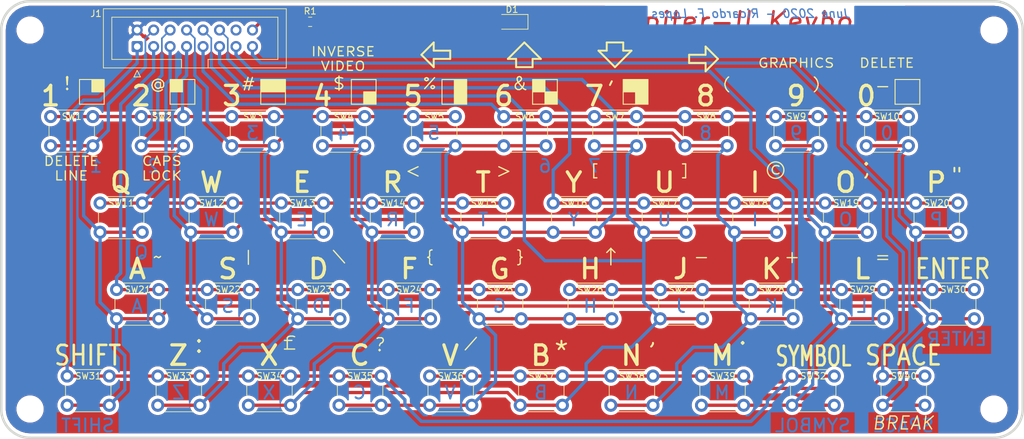
<source format=kicad_pcb>
(kicad_pcb (version 20171130) (host pcbnew "(5.1.6)-1")
  (title_block (date "16 aug 2011"))
  (layers (0 Front signal) (31 Back signal) (34 B.Paste user) (35 F.Paste user) (36 B.SilkS user) (37 F.SilkS user) (38 B.Mask user) (39 F.Mask user) (44 Edge.Cuts user))
  (net 0 "")
  (net 1 /KD0)
  (net 2 /KD1)
  (net 3 /KD2)
  (net 4 /KD3)
  (net 5 /KD4)
  (net 6 GNDD)
  (net 7 "Net-(D1-Pad2)")
  (net 8 +5V)
  (net 9 /KA11)
  (net 10 /KA12)
  (net 11 /KA10)
  (net 12 /KA13)
  (net 13 /KA9)
  (net 14 /KA14)
  (net 15 /KA8)
  (net 16 /KA15)
  (module Button_Switch_THT:SW_PUSH_6mm (layer Front) (at 186.69 103.505)
    (fp_text reference SW40 (at 3.25 0) (layer F.SilkS))
    (fp_text value SPACE (at 3.2 -3.175) (layer F.SilkS) (effects (font (size 3 2.5) (thickness 0.4))))
    (pad 1 thru_hole circle (at 6.5 0 90) (size 2 2) (drill 1.1) (layers *.Cu *.Mask) (net 16 /KA15))
    (pad 2 thru_hole circle (at 6.5 4.5 90) (size 2 2) (drill 1.1) (layers *.Cu *.Mask) (net 1 /KD0))
    (pad 1 thru_hole circle (at 0 0 90) (size 2 2) (drill 1.1) (layers *.Cu *.Mask) (net 16 /KA15))
    (pad 2 thru_hole circle (at 0 4.5 90) (size 2 2) (drill 1.1) (layers *.Cu *.Mask) (net 1 /KD0))
  )
  (module Button_Switch_THT:SW_PUSH_6mm (layer Front) (at 158.75 103.505)
    (fp_text reference SW39 (at 3.25 0) (layer F.SilkS))
    (fp_text value M (at 3.2 -3.175) (layer F.SilkS) (effects (font (size 3 3) (thickness 0.5))))
    (pad 1 thru_hole circle (at 6.5 0 90) (size 2 2) (drill 1.1) (layers *.Cu *.Mask) (net 16 /KA15))
    (pad 2 thru_hole circle (at 6.5 4.5 90) (size 2 2) (drill 1.1) (layers *.Cu *.Mask) (net 2 /KD1))
    (pad 1 thru_hole circle (at 0 0 90) (size 2 2) (drill 1.1) (layers *.Cu *.Mask) (net 16 /KA15))
    (pad 2 thru_hole circle (at 0 4.5 90) (size 2 2) (drill 1.1) (layers *.Cu *.Mask) (net 2 /KD1))
  )
  (module Button_Switch_THT:SW_PUSH_6mm (layer Front) (at 144.78 103.505)
    (fp_text reference SW38 (at 3.25 0) (layer F.SilkS))
    (fp_text value N (at 3.175 -3.175) (layer F.SilkS) (effects (font (size 3 3) (thickness 0.5))))
    (pad 1 thru_hole circle (at 6.5 0 90) (size 2 2) (drill 1.1) (layers *.Cu *.Mask) (net 16 /KA15))
    (pad 2 thru_hole circle (at 6.5 4.5 90) (size 2 2) (drill 1.1) (layers *.Cu *.Mask) (net 3 /KD2))
    (pad 1 thru_hole circle (at 0 0 90) (size 2 2) (drill 1.1) (layers *.Cu *.Mask) (net 16 /KA15))
    (pad 2 thru_hole circle (at 0 4.5 90) (size 2 2) (drill 1.1) (layers *.Cu *.Mask) (net 3 /KD2))
  )
  (module Button_Switch_THT:SW_PUSH_6mm (layer Front) (at 130.81 103.505)
    (fp_text reference SW37 (at 3.25 0) (layer F.SilkS))
    (fp_text value B (at 3.175 -3.175) (layer F.SilkS) (effects (font (size 3 3) (thickness 0.5))))
    (pad 1 thru_hole circle (at 6.5 0 90) (size 2 2) (drill 1.1) (layers *.Cu *.Mask) (net 16 /KA15))
    (pad 2 thru_hole circle (at 6.5 4.5 90) (size 2 2) (drill 1.1) (layers *.Cu *.Mask) (net 4 /KD3))
    (pad 1 thru_hole circle (at 0 0 90) (size 2 2) (drill 1.1) (layers *.Cu *.Mask) (net 16 /KA15))
    (pad 2 thru_hole circle (at 0 4.5 90) (size 2 2) (drill 1.1) (layers *.Cu *.Mask) (net 4 /KD3))
  )
  (module Button_Switch_THT:SW_PUSH_6mm (layer Front) (at 116.84 103.505)
    (fp_text reference SW36 (at 3.25 0) (layer F.SilkS))
    (fp_text value V (at 3.2 -3.175) (layer F.SilkS) (effects (font (size 3 3) (thickness 0.5))))
    (pad 1 thru_hole circle (at 6.5 0 90) (size 2 2) (drill 1.1) (layers *.Cu *.Mask) (net 16 /KA15))
    (pad 2 thru_hole circle (at 6.5 4.5 90) (size 2 2) (drill 1.1) (layers *.Cu *.Mask) (net 5 /KD4))
    (pad 1 thru_hole circle (at 0 0 90) (size 2 2) (drill 1.1) (layers *.Cu *.Mask) (net 16 /KA15))
    (pad 2 thru_hole circle (at 0 4.5 90) (size 2 2) (drill 1.1) (layers *.Cu *.Mask) (net 5 /KD4))
  )
  (module Button_Switch_THT:SW_PUSH_6mm (layer Front) (at 102.87 103.505)
    (fp_text reference SW35 (at 3.25 0) (layer F.SilkS))
    (fp_text value C (at 3.175 -3.175) (layer F.SilkS) (effects (font (size 3 3) (thickness 0.5))))
    (pad 1 thru_hole circle (at 6.5 0 90) (size 2 2) (drill 1.1) (layers *.Cu *.Mask) (net 15 /KA8))
    (pad 2 thru_hole circle (at 6.5 4.5 90) (size 2 2) (drill 1.1) (layers *.Cu *.Mask) (net 5 /KD4))
    (pad 1 thru_hole circle (at 0 0 90) (size 2 2) (drill 1.1) (layers *.Cu *.Mask) (net 15 /KA8))
    (pad 2 thru_hole circle (at 0 4.5 90) (size 2 2) (drill 1.1) (layers *.Cu *.Mask) (net 5 /KD4))
  )
  (module Button_Switch_THT:SW_PUSH_6mm (layer Front) (at 88.9 103.505)
    (fp_text reference SW34 (at 3.25 0) (layer F.SilkS))
    (fp_text value X (at 3.175 -3.175) (layer F.SilkS) (effects (font (size 3 3) (thickness 0.5))))
    (pad 1 thru_hole circle (at 6.5 0 90) (size 2 2) (drill 1.1) (layers *.Cu *.Mask) (net 15 /KA8))
    (pad 2 thru_hole circle (at 6.5 4.5 90) (size 2 2) (drill 1.1) (layers *.Cu *.Mask) (net 4 /KD3))
    (pad 1 thru_hole circle (at 0 0 90) (size 2 2) (drill 1.1) (layers *.Cu *.Mask) (net 15 /KA8))
    (pad 2 thru_hole circle (at 0 4.5 90) (size 2 2) (drill 1.1) (layers *.Cu *.Mask) (net 4 /KD3))
  )
  (module Button_Switch_THT:SW_PUSH_6mm (layer Front) (at 74.93 103.505)
    (fp_text reference SW33 (at 3.25 0) (layer F.SilkS))
    (fp_text value Z (at 3.175 -3.175) (layer F.SilkS) (effects (font (size 3 3) (thickness 0.5))))
    (pad 1 thru_hole circle (at 6.5 0 90) (size 2 2) (drill 1.1) (layers *.Cu *.Mask) (net 15 /KA8))
    (pad 2 thru_hole circle (at 6.5 4.5 90) (size 2 2) (drill 1.1) (layers *.Cu *.Mask) (net 3 /KD2))
    (pad 1 thru_hole circle (at 0 0 90) (size 2 2) (drill 1.1) (layers *.Cu *.Mask) (net 15 /KA8))
    (pad 2 thru_hole circle (at 0 4.5 90) (size 2 2) (drill 1.1) (layers *.Cu *.Mask) (net 3 /KD2))
  )
  (module Button_Switch_THT:SW_PUSH_6mm (layer Front) (at 172.72 103.505)
    (fp_text reference SW32 (at 3.25 0) (layer F.SilkS))
    (fp_text value SYMBOL (at 3.302 -3.048) (layer F.SilkS) (effects (font (size 3 2) (thickness 0.4))))
    (pad 1 thru_hole circle (at 6.5 0 90) (size 2 2) (drill 1.1) (layers *.Cu *.Mask) (net 15 /KA8))
    (pad 2 thru_hole circle (at 6.5 4.5 90) (size 2 2) (drill 1.1) (layers *.Cu *.Mask) (net 2 /KD1))
    (pad 1 thru_hole circle (at 0 0 90) (size 2 2) (drill 1.1) (layers *.Cu *.Mask) (net 15 /KA8))
    (pad 2 thru_hole circle (at 0 4.5 90) (size 2 2) (drill 1.1) (layers *.Cu *.Mask) (net 2 /KD1))
  )
  (module Button_Switch_THT:SW_PUSH_6mm (layer Front) (at 60.96 103.505)
    (fp_text reference SW31 (at 3.25 0) (layer F.SilkS))
    (fp_text value SHIFT (at 3.175 -3.175) (layer F.SilkS) (effects (font (size 3 2.5) (thickness 0.4))))
    (pad 1 thru_hole circle (at 6.5 0 90) (size 2 2) (drill 1.1) (layers *.Cu *.Mask) (net 15 /KA8))
    (pad 2 thru_hole circle (at 6.5 4.5 90) (size 2 2) (drill 1.1) (layers *.Cu *.Mask) (net 1 /KD0))
    (pad 1 thru_hole circle (at 0 0 90) (size 2 2) (drill 1.1) (layers *.Cu *.Mask) (net 15 /KA8))
    (pad 2 thru_hole circle (at 0 4.5 90) (size 2 2) (drill 1.1) (layers *.Cu *.Mask) (net 1 /KD0))
  )
  (module Button_Switch_THT:SW_PUSH_6mm (layer Front) (at 194.31 90.17)
    (fp_text reference SW30 (at 3.25 0) (layer F.SilkS))
    (fp_text value ENTER (at 3.175 -3.175) (layer F.SilkS) (effects (font (size 3 2.5) (thickness 0.4))))
    (pad 1 thru_hole circle (at 6.5 0 90) (size 2 2) (drill 1.1) (layers *.Cu *.Mask) (net 14 /KA14))
    (pad 2 thru_hole circle (at 6.5 4.5 90) (size 2 2) (drill 1.1) (layers *.Cu *.Mask) (net 1 /KD0))
    (pad 1 thru_hole circle (at 0 0 90) (size 2 2) (drill 1.1) (layers *.Cu *.Mask) (net 14 /KA14))
    (pad 2 thru_hole circle (at 0 4.5 90) (size 2 2) (drill 1.1) (layers *.Cu *.Mask) (net 1 /KD0))
  )
  (module Button_Switch_THT:SW_PUSH_6mm (layer Front) (at 180.34 90.17)
    (fp_text reference SW29 (at 3.25 0) (layer F.SilkS))
    (fp_text value L (at 3.175 -3.175) (layer F.SilkS) (effects (font (size 3 3) (thickness 0.5))))
    (pad 1 thru_hole circle (at 6.5 0 90) (size 2 2) (drill 1.1) (layers *.Cu *.Mask) (net 14 /KA14))
    (pad 2 thru_hole circle (at 6.5 4.5 90) (size 2 2) (drill 1.1) (layers *.Cu *.Mask) (net 2 /KD1))
    (pad 1 thru_hole circle (at 0 0 90) (size 2 2) (drill 1.1) (layers *.Cu *.Mask) (net 14 /KA14))
    (pad 2 thru_hole circle (at 0 4.5 90) (size 2 2) (drill 1.1) (layers *.Cu *.Mask) (net 2 /KD1))
  )
  (module Button_Switch_THT:SW_PUSH_6mm (layer Front) (at 166.37 90.17)
    (fp_text reference SW28 (at 3.175 0) (layer F.SilkS))
    (fp_text value K (at 3.175 -3.175) (layer F.SilkS) (effects (font (size 3 3) (thickness 0.5))))
    (pad 1 thru_hole circle (at 6.5 0 90) (size 2 2) (drill 1.1) (layers *.Cu *.Mask) (net 14 /KA14))
    (pad 2 thru_hole circle (at 6.5 4.5 90) (size 2 2) (drill 1.1) (layers *.Cu *.Mask) (net 3 /KD2))
    (pad 1 thru_hole circle (at 0 0 90) (size 2 2) (drill 1.1) (layers *.Cu *.Mask) (net 14 /KA14))
    (pad 2 thru_hole circle (at 0 4.5 90) (size 2 2) (drill 1.1) (layers *.Cu *.Mask) (net 3 /KD2))
  )
  (module Button_Switch_THT:SW_PUSH_6mm (layer Front) (at 152.4 90.17)
    (fp_text reference SW27 (at 3.25 0) (layer F.SilkS))
    (fp_text value J (at 3.175 -3.175) (layer F.SilkS) (effects (font (size 3 3) (thickness 0.5))))
    (pad 1 thru_hole circle (at 6.5 0 90) (size 2 2) (drill 1.1) (layers *.Cu *.Mask) (net 14 /KA14))
    (pad 2 thru_hole circle (at 6.5 4.5 90) (size 2 2) (drill 1.1) (layers *.Cu *.Mask) (net 4 /KD3))
    (pad 1 thru_hole circle (at 0 0 90) (size 2 2) (drill 1.1) (layers *.Cu *.Mask) (net 14 /KA14))
    (pad 2 thru_hole circle (at 0 4.5 90) (size 2 2) (drill 1.1) (layers *.Cu *.Mask) (net 4 /KD3))
  )
  (module Button_Switch_THT:SW_PUSH_6mm (layer Front) (at 138.43 90.17)
    (fp_text reference SW26 (at 3.175 0) (layer F.SilkS))
    (fp_text value H (at 3.175 -3.175) (layer F.SilkS) (effects (font (size 3 3) (thickness 0.5))))
    (pad 1 thru_hole circle (at 6.5 0 90) (size 2 2) (drill 1.1) (layers *.Cu *.Mask) (net 14 /KA14))
    (pad 2 thru_hole circle (at 6.5 4.5 90) (size 2 2) (drill 1.1) (layers *.Cu *.Mask) (net 5 /KD4))
    (pad 1 thru_hole circle (at 0 0 90) (size 2 2) (drill 1.1) (layers *.Cu *.Mask) (net 14 /KA14))
    (pad 2 thru_hole circle (at 0 4.5 90) (size 2 2) (drill 1.1) (layers *.Cu *.Mask) (net 5 /KD4))
  )
  (module Button_Switch_THT:SW_PUSH_6mm (layer Front) (at 124.46 90.17)
    (fp_text reference SW25 (at 3.25 0) (layer F.SilkS))
    (fp_text value G (at 3.175 -3.175) (layer F.SilkS) (effects (font (size 3 3) (thickness 0.5))))
    (pad 1 thru_hole circle (at 6.5 0 90) (size 2 2) (drill 1.1) (layers *.Cu *.Mask) (net 13 /KA9))
    (pad 2 thru_hole circle (at 6.5 4.5 90) (size 2 2) (drill 1.1) (layers *.Cu *.Mask) (net 5 /KD4))
    (pad 1 thru_hole circle (at 0 0 90) (size 2 2) (drill 1.1) (layers *.Cu *.Mask) (net 13 /KA9))
    (pad 2 thru_hole circle (at 0 4.5 90) (size 2 2) (drill 1.1) (layers *.Cu *.Mask) (net 5 /KD4))
  )
  (module Button_Switch_THT:SW_PUSH_6mm (layer Front) (at 110.49 90.17)
    (fp_text reference SW24 (at 3.175 0) (layer F.SilkS))
    (fp_text value F (at 3.2 -3.175) (layer F.SilkS) (effects (font (size 3 3) (thickness 0.5))))
    (pad 1 thru_hole circle (at 6.5 0 90) (size 2 2) (drill 1.1) (layers *.Cu *.Mask) (net 13 /KA9))
    (pad 2 thru_hole circle (at 6.5 4.5 90) (size 2 2) (drill 1.1) (layers *.Cu *.Mask) (net 4 /KD3))
    (pad 1 thru_hole circle (at 0 0 90) (size 2 2) (drill 1.1) (layers *.Cu *.Mask) (net 13 /KA9))
    (pad 2 thru_hole circle (at 0 4.5 90) (size 2 2) (drill 1.1) (layers *.Cu *.Mask) (net 4 /KD3))
  )
  (module Button_Switch_THT:SW_PUSH_6mm (layer Front) (at 96.52 90.17)
    (fp_text reference SW23 (at 3.25 0) (layer F.SilkS))
    (fp_text value D (at 3.175 -3.175) (layer F.SilkS) (effects (font (size 3 3) (thickness 0.5))))
    (pad 1 thru_hole circle (at 6.5 0 90) (size 2 2) (drill 1.1) (layers *.Cu *.Mask) (net 13 /KA9))
    (pad 2 thru_hole circle (at 6.5 4.5 90) (size 2 2) (drill 1.1) (layers *.Cu *.Mask) (net 3 /KD2))
    (pad 1 thru_hole circle (at 0 0 90) (size 2 2) (drill 1.1) (layers *.Cu *.Mask) (net 13 /KA9))
    (pad 2 thru_hole circle (at 0 4.5 90) (size 2 2) (drill 1.1) (layers *.Cu *.Mask) (net 3 /KD2))
  )
  (module Button_Switch_THT:SW_PUSH_6mm (layer Front) (at 82.55 90.17)
    (fp_text reference SW22 (at 3.175 0) (layer F.SilkS))
    (fp_text value S (at 3.175 -3.175) (layer F.SilkS) (effects (font (size 3 3) (thickness 0.5))))
    (pad 1 thru_hole circle (at 6.5 0 90) (size 2 2) (drill 1.1) (layers *.Cu *.Mask) (net 13 /KA9))
    (pad 2 thru_hole circle (at 6.5 4.5 90) (size 2 2) (drill 1.1) (layers *.Cu *.Mask) (net 2 /KD1))
    (pad 1 thru_hole circle (at 0 0 90) (size 2 2) (drill 1.1) (layers *.Cu *.Mask) (net 13 /KA9))
    (pad 2 thru_hole circle (at 0 4.5 90) (size 2 2) (drill 1.1) (layers *.Cu *.Mask) (net 2 /KD1))
  )
  (module Button_Switch_THT:SW_PUSH_6mm (layer Front) (at 68.58 90.17)
    (fp_text reference SW21 (at 3.25 0) (layer F.SilkS))
    (fp_text value A (at 3.2 -3.175) (layer F.SilkS) (effects (font (size 3 3) (thickness 0.5))))
    (pad 1 thru_hole circle (at 6.5 0 90) (size 2 2) (drill 1.1) (layers *.Cu *.Mask) (net 13 /KA9))
    (pad 2 thru_hole circle (at 6.5 4.5 90) (size 2 2) (drill 1.1) (layers *.Cu *.Mask) (net 1 /KD0))
    (pad 1 thru_hole circle (at 0 0 90) (size 2 2) (drill 1.1) (layers *.Cu *.Mask) (net 13 /KA9))
    (pad 2 thru_hole circle (at 0 4.5 90) (size 2 2) (drill 1.1) (layers *.Cu *.Mask) (net 1 /KD0))
  )
  (module Button_Switch_THT:SW_PUSH_6mm (layer Front) (at 191.77 76.835)
    (fp_text reference SW20 (at 3.25 0) (layer F.SilkS))
    (fp_text value P (at 3.175 -3.175) (layer F.SilkS) (effects (font (size 3 3) (thickness 0.5))))
    (pad 1 thru_hole circle (at 6.5 0 90) (size 2 2) (drill 1.1) (layers *.Cu *.Mask) (net 12 /KA13))
    (pad 2 thru_hole circle (at 6.5 4.5 90) (size 2 2) (drill 1.1) (layers *.Cu *.Mask) (net 1 /KD0))
    (pad 1 thru_hole circle (at 0 0 90) (size 2 2) (drill 1.1) (layers *.Cu *.Mask) (net 12 /KA13))
    (pad 2 thru_hole circle (at 0 4.5 90) (size 2 2) (drill 1.1) (layers *.Cu *.Mask) (net 1 /KD0))
  )
  (module Button_Switch_THT:SW_PUSH_6mm (layer Front) (at 177.8 76.835)
    (fp_text reference SW19 (at 3.25 0) (layer F.SilkS))
    (fp_text value O (at 3.175 -3.175) (layer F.SilkS) (effects (font (size 3 3) (thickness 0.5))))
    (pad 1 thru_hole circle (at 6.5 0 90) (size 2 2) (drill 1.1) (layers *.Cu *.Mask) (net 12 /KA13))
    (pad 2 thru_hole circle (at 6.5 4.5 90) (size 2 2) (drill 1.1) (layers *.Cu *.Mask) (net 2 /KD1))
    (pad 1 thru_hole circle (at 0 0 90) (size 2 2) (drill 1.1) (layers *.Cu *.Mask) (net 12 /KA13))
    (pad 2 thru_hole circle (at 0 4.5 90) (size 2 2) (drill 1.1) (layers *.Cu *.Mask) (net 2 /KD1))
  )
  (module Button_Switch_THT:SW_PUSH_6mm (layer Front) (at 163.83 76.835)
    (fp_text reference SW18 (at 3.175 0) (layer F.SilkS))
    (fp_text value I (at 3.175 -3.175) (layer F.SilkS) (effects (font (size 3 3) (thickness 0.5))))
    (pad 1 thru_hole circle (at 6.5 0 90) (size 2 2) (drill 1.1) (layers *.Cu *.Mask) (net 12 /KA13))
    (pad 2 thru_hole circle (at 6.5 4.5 90) (size 2 2) (drill 1.1) (layers *.Cu *.Mask) (net 3 /KD2))
    (pad 1 thru_hole circle (at 0 0 90) (size 2 2) (drill 1.1) (layers *.Cu *.Mask) (net 12 /KA13))
    (pad 2 thru_hole circle (at 0 4.5 90) (size 2 2) (drill 1.1) (layers *.Cu *.Mask) (net 3 /KD2))
  )
  (module Button_Switch_THT:SW_PUSH_6mm (layer Front) (at 149.86 76.835)
    (fp_text reference SW17 (at 3.25 0) (layer F.SilkS))
    (fp_text value U (at 3.175 -3.175) (layer F.SilkS) (effects (font (size 3 3) (thickness 0.5))))
    (pad 1 thru_hole circle (at 6.5 0 90) (size 2 2) (drill 1.1) (layers *.Cu *.Mask) (net 12 /KA13))
    (pad 2 thru_hole circle (at 6.5 4.5 90) (size 2 2) (drill 1.1) (layers *.Cu *.Mask) (net 4 /KD3))
    (pad 1 thru_hole circle (at 0 0 90) (size 2 2) (drill 1.1) (layers *.Cu *.Mask) (net 12 /KA13))
    (pad 2 thru_hole circle (at 0 4.5 90) (size 2 2) (drill 1.1) (layers *.Cu *.Mask) (net 4 /KD3))
  )
  (module Button_Switch_THT:SW_PUSH_6mm (layer Front) (at 135.89 76.835)
    (fp_text reference SW16 (at 3.25 0) (layer F.SilkS))
    (fp_text value Y (at 3.175 -3.175) (layer F.SilkS) (effects (font (size 3 3) (thickness 0.5))))
    (pad 1 thru_hole circle (at 6.5 0 90) (size 2 2) (drill 1.1) (layers *.Cu *.Mask) (net 12 /KA13))
    (pad 2 thru_hole circle (at 6.5 4.5 90) (size 2 2) (drill 1.1) (layers *.Cu *.Mask) (net 5 /KD4))
    (pad 1 thru_hole circle (at 0 0 90) (size 2 2) (drill 1.1) (layers *.Cu *.Mask) (net 12 /KA13))
    (pad 2 thru_hole circle (at 0 4.5 90) (size 2 2) (drill 1.1) (layers *.Cu *.Mask) (net 5 /KD4))
  )
  (module Button_Switch_THT:SW_PUSH_6mm (layer Front) (at 121.92 76.835)
    (fp_text reference SW15 (at 3.25 0) (layer F.SilkS))
    (fp_text value T (at 3.175 -3.175) (layer F.SilkS) (effects (font (size 3 3) (thickness 0.5))))
    (pad 1 thru_hole circle (at 6.5 0 90) (size 2 2) (drill 1.1) (layers *.Cu *.Mask) (net 11 /KA10))
    (pad 2 thru_hole circle (at 6.5 4.5 90) (size 2 2) (drill 1.1) (layers *.Cu *.Mask) (net 5 /KD4))
    (pad 1 thru_hole circle (at 0 0 90) (size 2 2) (drill 1.1) (layers *.Cu *.Mask) (net 11 /KA10))
    (pad 2 thru_hole circle (at 0 4.5 90) (size 2 2) (drill 1.1) (layers *.Cu *.Mask) (net 5 /KD4))
  )
  (module Button_Switch_THT:SW_PUSH_6mm (layer Front) (at 107.95 76.835)
    (fp_text reference SW14 (at 3.175 0) (layer F.SilkS))
    (fp_text value R (at 3.175 -3.175) (layer F.SilkS) (effects (font (size 3 3) (thickness 0.5))))
    (pad 1 thru_hole circle (at 6.5 0 90) (size 2 2) (drill 1.1) (layers *.Cu *.Mask) (net 11 /KA10))
    (pad 2 thru_hole circle (at 6.5 4.5 90) (size 2 2) (drill 1.1) (layers *.Cu *.Mask) (net 4 /KD3))
    (pad 1 thru_hole circle (at 0 0 90) (size 2 2) (drill 1.1) (layers *.Cu *.Mask) (net 11 /KA10))
    (pad 2 thru_hole circle (at 0 4.5 90) (size 2 2) (drill 1.1) (layers *.Cu *.Mask) (net 4 /KD3))
  )
  (module Button_Switch_THT:SW_PUSH_6mm (layer Front) (at 93.98 76.835)
    (fp_text reference SW13 (at 3.25 0) (layer F.SilkS))
    (fp_text value E (at 3.175 -3.175) (layer F.SilkS) (effects (font (size 3 3) (thickness 0.5))))
    (pad 1 thru_hole circle (at 6.5 0 90) (size 2 2) (drill 1.1) (layers *.Cu *.Mask) (net 11 /KA10))
    (pad 2 thru_hole circle (at 6.5 4.5 90) (size 2 2) (drill 1.1) (layers *.Cu *.Mask) (net 3 /KD2))
    (pad 1 thru_hole circle (at 0 0 90) (size 2 2) (drill 1.1) (layers *.Cu *.Mask) (net 11 /KA10))
    (pad 2 thru_hole circle (at 0 4.5 90) (size 2 2) (drill 1.1) (layers *.Cu *.Mask) (net 3 /KD2))
  )
  (module Button_Switch_THT:SW_PUSH_6mm (layer Front) (at 80.01 76.835)
    (fp_text reference SW12 (at 3.25 0) (layer F.SilkS))
    (fp_text value W (at 3.175 -3.175) (layer F.SilkS) (effects (font (size 3 3) (thickness 0.5))))
    (pad 1 thru_hole circle (at 6.5 0 90) (size 2 2) (drill 1.1) (layers *.Cu *.Mask) (net 11 /KA10))
    (pad 2 thru_hole circle (at 6.5 4.5 90) (size 2 2) (drill 1.1) (layers *.Cu *.Mask) (net 2 /KD1))
    (pad 1 thru_hole circle (at 0 0 90) (size 2 2) (drill 1.1) (layers *.Cu *.Mask) (net 11 /KA10))
    (pad 2 thru_hole circle (at 0 4.5 90) (size 2 2) (drill 1.1) (layers *.Cu *.Mask) (net 2 /KD1))
  )
  (module Button_Switch_THT:SW_PUSH_6mm (layer Front) (at 66.04 76.835)
    (fp_text reference SW11 (at 3.25 0) (layer F.SilkS))
    (fp_text value Q (at 3.175 -3.175) (layer F.SilkS) (effects (font (size 3 3) (thickness 0.5))))
    (pad 1 thru_hole circle (at 6.5 0 90) (size 2 2) (drill 1.1) (layers *.Cu *.Mask) (net 11 /KA10))
    (pad 2 thru_hole circle (at 6.5 4.5 90) (size 2 2) (drill 1.1) (layers *.Cu *.Mask) (net 1 /KD0))
    (pad 1 thru_hole circle (at 0 0 90) (size 2 2) (drill 1.1) (layers *.Cu *.Mask) (net 11 /KA10))
    (pad 2 thru_hole circle (at 0 4.5 90) (size 2 2) (drill 1.1) (layers *.Cu *.Mask) (net 1 /KD0))
  )
  (module Button_Switch_THT:SW_PUSH_6mm (layer Front) (at 184.15 63.5)
    (fp_text reference SW10 (at 3.175 0) (layer F.SilkS))
    (fp_text value 0 (at 0 -3.175) (layer F.SilkS) (effects (font (size 3 3) (thickness 0.5))))
    (pad 1 thru_hole circle (at 6.5 0 90) (size 2 2) (drill 1.1) (layers *.Cu *.Mask) (net 10 /KA12))
    (pad 2 thru_hole circle (at 6.5 4.5 90) (size 2 2) (drill 1.1) (layers *.Cu *.Mask) (net 1 /KD0))
    (pad 1 thru_hole circle (at 0 0 90) (size 2 2) (drill 1.1) (layers *.Cu *.Mask) (net 10 /KA12))
    (pad 2 thru_hole circle (at 0 4.5 90) (size 2 2) (drill 1.1) (layers *.Cu *.Mask) (net 1 /KD0))
  )
  (module Button_Switch_THT:SW_PUSH_6mm (layer Front) (at 170.18 63.5)
    (fp_text reference SW9 (at 3.175 0) (layer F.SilkS))
    (fp_text value 9 (at 3.175 -3.175) (layer F.SilkS) (effects (font (size 3 3) (thickness 0.5))))
    (pad 1 thru_hole circle (at 6.5 0 90) (size 2 2) (drill 1.1) (layers *.Cu *.Mask) (net 10 /KA12))
    (pad 2 thru_hole circle (at 6.5 4.5 90) (size 2 2) (drill 1.1) (layers *.Cu *.Mask) (net 2 /KD1))
    (pad 1 thru_hole circle (at 0 0 90) (size 2 2) (drill 1.1) (layers *.Cu *.Mask) (net 10 /KA12))
    (pad 2 thru_hole circle (at 0 4.5 90) (size 2 2) (drill 1.1) (layers *.Cu *.Mask) (net 2 /KD1))
  )
  (module Button_Switch_THT:SW_PUSH_6mm (layer Front) (at 156.21 63.5)
    (fp_text reference SW8 (at 3.25 0) (layer F.SilkS))
    (fp_text value 8 (at 3.175 -3.175) (layer F.SilkS) (effects (font (size 3 3) (thickness 0.5))))
    (pad 1 thru_hole circle (at 6.5 0 90) (size 2 2) (drill 1.1) (layers *.Cu *.Mask) (net 10 /KA12))
    (pad 2 thru_hole circle (at 6.5 4.5 90) (size 2 2) (drill 1.1) (layers *.Cu *.Mask) (net 3 /KD2))
    (pad 1 thru_hole circle (at 0 0 90) (size 2 2) (drill 1.1) (layers *.Cu *.Mask) (net 10 /KA12))
    (pad 2 thru_hole circle (at 0 4.5 90) (size 2 2) (drill 1.1) (layers *.Cu *.Mask) (net 3 /KD2))
  )
  (module Button_Switch_THT:SW_PUSH_6mm (layer Front) (at 142.24 63.5)
    (fp_text reference SW7 (at 3.175 0) (layer F.SilkS))
    (fp_text value 7 (at 0 -3.175) (layer F.SilkS) (effects (font (size 3 3) (thickness 0.5))))
    (pad 1 thru_hole circle (at 6.5 0 90) (size 2 2) (drill 1.1) (layers *.Cu *.Mask) (net 10 /KA12))
    (pad 2 thru_hole circle (at 6.5 4.5 90) (size 2 2) (drill 1.1) (layers *.Cu *.Mask) (net 4 /KD3))
    (pad 1 thru_hole circle (at 0 0 90) (size 2 2) (drill 1.1) (layers *.Cu *.Mask) (net 10 /KA12))
    (pad 2 thru_hole circle (at 0 4.5 90) (size 2 2) (drill 1.1) (layers *.Cu *.Mask) (net 4 /KD3))
  )
  (module Button_Switch_THT:SW_PUSH_6mm (layer Front) (at 128.27 63.5)
    (fp_text reference SW6 (at 3.25 0) (layer F.SilkS))
    (fp_text value 6 (at 0 -3.175) (layer F.SilkS) (effects (font (size 3 3) (thickness 0.5))))
    (pad 1 thru_hole circle (at 6.5 0 90) (size 2 2) (drill 1.1) (layers *.Cu *.Mask) (net 10 /KA12))
    (pad 2 thru_hole circle (at 6.5 4.5 90) (size 2 2) (drill 1.1) (layers *.Cu *.Mask) (net 5 /KD4))
    (pad 1 thru_hole circle (at 0 0 90) (size 2 2) (drill 1.1) (layers *.Cu *.Mask) (net 10 /KA12))
    (pad 2 thru_hole circle (at 0 4.5 90) (size 2 2) (drill 1.1) (layers *.Cu *.Mask) (net 5 /KD4))
  )
  (module Button_Switch_THT:SW_PUSH_6mm (layer Front) (at 114.3 63.5)
    (fp_text reference SW5 (at 3.25 0) (layer F.SilkS))
    (fp_text value 5 (at 0 -3.175) (layer F.SilkS) (effects (font (size 3 3) (thickness 0.5))))
    (pad 1 thru_hole circle (at 6.5 0 90) (size 2 2) (drill 1.1) (layers *.Cu *.Mask) (net 9 /KA11))
    (pad 2 thru_hole circle (at 6.5 4.5 90) (size 2 2) (drill 1.1) (layers *.Cu *.Mask) (net 5 /KD4))
    (pad 1 thru_hole circle (at 0 0 90) (size 2 2) (drill 1.1) (layers *.Cu *.Mask) (net 9 /KA11))
    (pad 2 thru_hole circle (at 0 4.5 90) (size 2 2) (drill 1.1) (layers *.Cu *.Mask) (net 5 /KD4))
  )
  (module Button_Switch_THT:SW_PUSH_6mm (layer Front) (at 100.33 63.5)
    (fp_text reference SW4 (at 3.25 0) (layer F.SilkS))
    (fp_text value 4 (at 0 -3.175) (layer F.SilkS) (effects (font (size 3 3) (thickness 0.5))))
    (pad 1 thru_hole circle (at 6.5 0 90) (size 2 2) (drill 1.1) (layers *.Cu *.Mask) (net 9 /KA11))
    (pad 2 thru_hole circle (at 6.5 4.5 90) (size 2 2) (drill 1.1) (layers *.Cu *.Mask) (net 4 /KD3))
    (pad 1 thru_hole circle (at 0 0 90) (size 2 2) (drill 1.1) (layers *.Cu *.Mask) (net 9 /KA11))
    (pad 2 thru_hole circle (at 0 4.5 90) (size 2 2) (drill 1.1) (layers *.Cu *.Mask) (net 4 /KD3))
  )
  (module Button_Switch_THT:SW_PUSH_6mm (layer Front) (at 86.36 63.5)
    (fp_text reference SW3 (at 3.25 0) (layer F.SilkS))
    (fp_text value 3 (at 0 -3.175) (layer F.SilkS) (effects (font (size 3 3) (thickness 0.5))))
    (pad 1 thru_hole circle (at 6.5 0 90) (size 2 2) (drill 1.1) (layers *.Cu *.Mask) (net 9 /KA11))
    (pad 2 thru_hole circle (at 6.5 4.5 90) (size 2 2) (drill 1.1) (layers *.Cu *.Mask) (net 3 /KD2))
    (pad 1 thru_hole circle (at 0 0 90) (size 2 2) (drill 1.1) (layers *.Cu *.Mask) (net 9 /KA11))
    (pad 2 thru_hole circle (at 0 4.5 90) (size 2 2) (drill 1.1) (layers *.Cu *.Mask) (net 3 /KD2))
  )
  (module Button_Switch_THT:SW_PUSH_6mm (layer Front) (at 72.39 63.5)
    (fp_text reference SW2 (at 3.175 0) (layer F.SilkS))
    (fp_text value 2 (at 0 -3.175) (layer F.SilkS) (effects (font (size 3 3) (thickness 0.5))))
    (pad 1 thru_hole circle (at 6.5 0 90) (size 2 2) (drill 1.1) (layers *.Cu *.Mask) (net 9 /KA11))
    (pad 2 thru_hole circle (at 6.5 4.5 90) (size 2 2) (drill 1.1) (layers *.Cu *.Mask) (net 2 /KD1))
    (pad 1 thru_hole circle (at 0 0 90) (size 2 2) (drill 1.1) (layers *.Cu *.Mask) (net 9 /KA11))
    (pad 2 thru_hole circle (at 0 4.5 90) (size 2 2) (drill 1.1) (layers *.Cu *.Mask) (net 2 /KD1))
  )
  (module Button_Switch_THT:SW_PUSH_6mm (layer Front) (at 58.42 63.5)
    (fp_text reference SW1 (at 3.25 0) (layer F.SilkS))
    (fp_text value 1 (at 0 -3.175) (layer F.SilkS) (effects (font (size 3 3) (thickness 0.5))))
    (pad 1 thru_hole circle (at 6.5 0 90) (size 2 2) (drill 1.1) (layers *.Cu *.Mask) (net 9 /KA11))
    (pad 2 thru_hole circle (at 6.5 4.5 90) (size 2 2) (drill 1.1) (layers *.Cu *.Mask) (net 1 /KD0))
    (pad 1 thru_hole circle (at 0 0 90) (size 2 2) (drill 1.1) (layers *.Cu *.Mask) (net 9 /KA11))
    (pad 2 thru_hole circle (at 0 4.5 90) (size 2 2) (drill 1.1) (layers *.Cu *.Mask) (net 1 /KD0))
  )
  (module Connector_IDC:IDC-Header_2x08_P2.54mm_Vertical (layer Front) (at 71.755 52.705 90)
    (fp_text reference J1 (at 5.08 -6.35 180) (layer F.SilkS))
    (fp_text value Conn_02x08_Odd_Even)
    (pad 16 thru_hole circle (at 2.54 17.78 90) (size 1.7 1.7) (drill 1) (layers *.Cu *.Mask) (net 8 +5V))
    (pad 14 thru_hole circle (at 2.54 15.24 90) (size 1.7 1.7) (drill 1) (layers *.Cu *.Mask))
    (pad 12 thru_hole circle (at 2.54 12.7 90) (size 1.7 1.7) (drill 1) (layers *.Cu *.Mask) (net 5 /KD4))
    (pad 10 thru_hole circle (at 2.54 10.16 90) (size 1.7 1.7) (drill 1) (layers *.Cu *.Mask) (net 4 /KD3))
    (pad 8 thru_hole circle (at 2.54 7.62 90) (size 1.7 1.7) (drill 1) (layers *.Cu *.Mask) (net 3 /KD2))
    (pad 6 thru_hole circle (at 2.54 5.08 90) (size 1.7 1.7) (drill 1) (layers *.Cu *.Mask) (net 2 /KD1))
    (pad 4 thru_hole circle (at 2.54 2.54 90) (size 1.7 1.7) (drill 1) (layers *.Cu *.Mask) (net 1 /KD0))
    (pad 2 thru_hole circle (at 2.54 0 90) (size 1.7 1.7) (drill 1) (layers *.Cu *.Mask) (net 6 GNDD))
    (pad 15 thru_hole circle (at 0 17.78 90) (size 1.7 1.7) (drill 1) (layers *.Cu *.Mask) (net 16 /KA15))
    (pad 13 thru_hole circle (at 0 15.24 90) (size 1.7 1.7) (drill 1) (layers *.Cu *.Mask) (net 14 /KA14))
    (pad 11 thru_hole circle (at 0 12.7 90) (size 1.7 1.7) (drill 1) (layers *.Cu *.Mask) (net 12 /KA13))
    (pad 9 thru_hole circle (at 0 10.16 90) (size 1.7 1.7) (drill 1) (layers *.Cu *.Mask) (net 10 /KA12))
    (pad 7 thru_hole circle (at 0 7.62 90) (size 1.7 1.7) (drill 1) (layers *.Cu *.Mask) (net 9 /KA11))
    (pad 5 thru_hole circle (at 0 5.08 90) (size 1.7 1.7) (drill 1) (layers *.Cu *.Mask) (net 11 /KA10))
    (pad 3 thru_hole circle (at 0 2.54 90) (size 1.7 1.7) (drill 1) (layers *.Cu *.Mask) (net 13 /KA9))
    (pad 1 thru_hole roundrect (at 0 0 90) (size 1.7 1.7) (drill 1) (layers *.Cu *.Mask) (roundrect_rratio 0.147059) (net 15 /KA8))
  )
  (module Resistor_SMD:R_0805_2012Metric_Pad1.15x1.40mm_HandSolder (layer Front) (at 98.425 48.895)
    (fp_text reference R1 (at 0 -1.651) (layer F.SilkS))
    (fp_text value 1k2)
    (pad 2 smd roundrect (at 1.025 0) (size 1.15 1.4) (layers Front F.Paste F.Mask) (roundrect_rratio 0.217391) (net 7 "Net-(D1-Pad2)"))
    (pad 1 smd roundrect (at -1.025 0) (size 1.15 1.4) (layers Front F.Paste F.Mask) (roundrect_rratio 0.217391) (net 8 +5V))
  )
  (module LED_SMD:LED_1206_3216Metric_Pad1.42x1.75mm_HandSolder (layer Front) (at 129.54 48.895 180)
    (fp_text reference D1 (at 0 1.905) (layer F.SilkS))
    (fp_text value LED_ALT)
    (pad 2 smd roundrect (at 1.4875 0 180) (size 1.425 1.75) (layers Front F.Paste F.Mask) (roundrect_rratio 0.175439) (net 7 "Net-(D1-Pad2)"))
    (pad 1 smd roundrect (at -1.4875 0 180) (size 1.425 1.75) (layers Front F.Paste F.Mask) (roundrect_rratio 0.175439) (net 6 GNDD))
  )
  (module Mounting_Holes:MountingHole_3.2mm_M3 (layer Front) (at 203.835 108.585)
    (fp_text reference H4 hide)
    (fp_text value MountingHole hide)
    (pad 1 np_thru_hole circle (at 0 0) (size 3.2 3.2) (drill 3.2) (layers *.Cu *.Mask))
  )
  (module Mounting_Holes:MountingHole_3.2mm_M3 (layer Front) (at 55.245 108.585)
    (fp_text reference H3 hide)
    (fp_text value MountingHole hide)
    (pad 1 np_thru_hole circle (at 0 0) (size 3.2 3.2) (drill 3.2) (layers *.Cu *.Mask))
  )
  (module Mounting_Holes:MountingHole_3.2mm_M3 (layer Front) (at 203.835 50.165)
    (fp_text reference H2 hide)
    (fp_text value MountingHole hide)
    (pad 1 np_thru_hole circle (at 0 0) (size 3.2 3.2) (drill 3.2) (layers *.Cu *.Mask))
  )
  (module Mounting_Holes:MountingHole_3.2mm_M3 (layer Front) (at 55.245 50.165)
    (fp_text reference H1 hide)
    (fp_text value MountingHole hide)
    (pad 1 np_thru_hole circle (at 0 0) (size 3.2 3.2) (drill 3.2) (layers *.Cu *.Mask))
  )
  (gr_poly (pts (xy 78.74 59.69) (xy 76.835 59.69) (xy 76.835 57.785) (xy 78.74 57.785)) (layer F.SilkS) (width 0.15))
  (gr_text "June 2020 - Ricardo F. Lopes" (at 166.37 47.625) (layer Back) (effects (font (size 1.3 1.3) (thickness 0.2) italic) (justify mirror)))
  (gr_text SHIFT (at 64.135 111.125) (layer Back) (effects (font (size 2 2) (thickness 0.3)) (justify mirror)))
  (gr_text Z (at 78.105 106.045) (layer Back) (effects (font (size 2 2) (thickness 0.3)) (justify mirror)))
  (gr_text X (at 92.075 106.045) (layer Back) (effects (font (size 2 2) (thickness 0.3)) (justify mirror)))
  (gr_text C (at 106.045 106.045) (layer Back) (effects (font (size 2 2) (thickness 0.3)) (justify mirror)))
  (gr_text B (at 133.985 106.045) (layer Back) (effects (font (size 2 2) (thickness 0.3)) (justify mirror)))
  (gr_text V (at 120.015 106.045) (layer Back) (effects (font (size 2 2) (thickness 0.3)) (justify mirror)))
  (gr_text N (at 147.955 106.045) (layer Back) (effects (font (size 2 2) (thickness 0.3)) (justify mirror)))
  (gr_text M (at 161.925 106.045) (layer Back) (effects (font (size 2 2) (thickness 0.3)) (justify mirror)))
  (gr_text SYMBOL (at 175.895 111.125) (layer Back) (effects (font (size 2 2) (thickness 0.3)) (justify mirror)))
  (gr_text SPACE (at 189.865 111.125) (layer Back) (effects (font (size 2 2) (thickness 0.3)) (justify mirror)))
  (gr_text ENTER (at 198.12 97.79) (layer Back) (effects (font (size 2 2) (thickness 0.3)) (justify mirror)))
  (gr_text L (at 183.515 92.71) (layer Back) (effects (font (size 2 2) (thickness 0.3)) (justify mirror)))
  (gr_text K (at 169.545 92.71) (layer Back) (effects (font (size 2 2) (thickness 0.3)) (justify mirror)))
  (gr_text J (at 155.575 92.71) (layer Back) (effects (font (size 2 2) (thickness 0.3)) (justify mirror)))
  (gr_text H (at 141.605 92.71) (layer Back) (effects (font (size 2 2) (thickness 0.3)) (justify mirror)))
  (gr_text G (at 127.635 92.71) (layer Back) (effects (font (size 2 2) (thickness 0.3)) (justify mirror)))
  (gr_text F (at 113.665 92.71) (layer Back) (effects (font (size 2 2) (thickness 0.3)) (justify mirror)))
  (gr_text D (at 99.695 92.71) (layer Back) (effects (font (size 2 2) (thickness 0.3)) (justify mirror)))
  (gr_text S (at 85.725 92.71) (layer Back) (effects (font (size 2 2) (thickness 0.3)) (justify mirror)))
  (gr_text A (at 71.755 92.71) (layer Back) (effects (font (size 2 2) (thickness 0.3)) (justify mirror)))
  (gr_text Q (at 72.39 84.455) (layer Back) (effects (font (size 2 2) (thickness 0.3)) (justify mirror)))
  (gr_text W (at 83.185 79.375) (layer Back) (effects (font (size 2 2) (thickness 0.3)) (justify mirror)))
  (gr_text E (at 97.155 79.375) (layer Back) (effects (font (size 2 2) (thickness 0.3)) (justify mirror)))
  (gr_text R (at 111.125 79.375) (layer Back) (effects (font (size 2 2) (thickness 0.3)) (justify mirror)))
  (gr_text T (at 125.095 79.375) (layer Back) (effects (font (size 2 2) (thickness 0.3)) (justify mirror)))
  (gr_text Y (at 139.065 79.375) (layer Back) (effects (font (size 2 2) (thickness 0.3)) (justify mirror)))
  (gr_text U (at 153.035 79.375) (layer Back) (effects (font (size 2 2) (thickness 0.3)) (justify mirror)))
  (gr_text I (at 167.005 79.375) (layer Back) (effects (font (size 2 2) (thickness 0.3)) (justify mirror)))
  (gr_text O (at 180.975 79.375) (layer Back) (effects (font (size 2 2) (thickness 0.3)) (justify mirror)))
  (gr_text P (at 194.945 79.375) (layer Back) (effects (font (size 2 2) (thickness 0.3)) (justify mirror)))
  (gr_text 0 (at 187.325 66.04) (layer Back) (effects (font (size 2 2) (thickness 0.3)) (justify mirror)))
  (gr_text 9 (at 173.355 66.04) (layer Back) (effects (font (size 2 2) (thickness 0.3)) (justify mirror)))
  (gr_text 8 (at 159.385 66.04) (layer Back) (effects (font (size 2 2) (thickness 0.3)) (justify mirror)))
  (gr_text 7 (at 142.24 71.12) (layer Back) (effects (font (size 2 2) (thickness 0.3)) (justify mirror)))
  (gr_text 6 (at 134.62 71.12) (layer Back) (effects (font (size 2 2) (thickness 0.3)) (justify mirror)))
  (gr_text 5 (at 117.475 66.04) (layer Back) (effects (font (size 2 2) (thickness 0.3)) (justify mirror)))
  (gr_text 4 (at 103.505 66.04) (layer Back) (effects (font (size 2 2) (thickness 0.3)) (justify mirror)))
  (gr_text 3 (at 89.535 66.04) (layer Back) (effects (font (size 2 2) (thickness 0.3)) (justify mirror)))
  (gr_text 2 (at 74.295 71.12) (layer Back) (effects (font (size 2 2) (thickness 0.3)) (justify mirror)))
  (gr_text 1 (at 65.405 71.12) (layer Back) (effects (font (size 2 2) (thickness 0.3)) (justify mirror)))
  (gr_text "Jupiter-II Keyboard" (at 167.005 48.895) (layer Front) (effects (font (size 3 3) (thickness 0.4) italic)))
  (gr_text C (at 170.18 71.755) (layer F.SilkS) (effects (font (size 1.3 1.7) (thickness 0.2))))
  (gr_circle (center 170.18 71.755) (end 171.45 71.755) (layer F.SilkS) (width 0.2))
  (gr_text "\"" (at 198.12 73.025) (layer F.SilkS) (effects (font (size 3 2) (thickness 0.3))))
  (gr_text ; (at 184.15 71.12) (layer F.SilkS) (effects (font (size 3 3) (thickness 0.3))))
  (gr_text ] (at 156.21 71.755) (layer F.SilkS) (effects (font (size 1.5 2) (thickness 0.2))))
  (gr_text [ (at 142.24 71.755) (layer F.SilkS) (effects (font (size 1.5 2) (thickness 0.2))))
  (gr_text > (at 128.27 71.755) (layer F.SilkS) (effects (font (size 2.5 2) (thickness 0.2))))
  (gr_text < (at 114.3 71.755) (layer F.SilkS) (effects (font (size 2.5 2) (thickness 0.2))))
  (gr_line (start 144.78 83.82) (end 144.145 84.455) (layer F.SilkS) (width 0.2))
  (gr_line (start 144.78 83.82) (end 145.415 84.455) (layer F.SilkS) (width 0.2))
  (gr_line (start 144.78 86.36) (end 144.78 83.82) (layer F.SilkS) (width 0.2))
  (gr_text = (at 186.69 85.09) (layer F.SilkS) (effects (font (size 2 2) (thickness 0.2))))
  (gr_text + (at 172.72 85.09) (layer F.SilkS) (effects (font (size 2 2) (thickness 0.2))))
  (gr_text - (at 158.75 85.09) (layer F.SilkS) (effects (font (size 2 2) (thickness 0.2))))
  (gr_text } (at 130.81 85.09) (layer F.SilkS) (effects (font (size 1.5 2) (thickness 0.2))))
  (gr_text { (at 116.84 85.09) (layer F.SilkS) (effects (font (size 1.5 2) (thickness 0.2))))
  (gr_text \ (at 102.87 85.09) (layer F.SilkS) (effects (font (size 1.5 2) (thickness 0.2))))
  (gr_text | (at 88.9 85.09) (layer F.SilkS) (effects (font (size 1.5 2) (thickness 0.2))))
  (gr_text ~~ (at 74.93 85.09) (layer F.SilkS) (effects (font (size 2 2) (thickness 0.2))))
  (gr_text _ (at 186.69 57.785) (layer F.SilkS) (effects (font (size 2 2) (thickness 0.2))))
  (gr_text ")" (at 176.53 58.42) (layer F.SilkS) (effects (font (size 1.5 2) (thickness 0.2))))
  (gr_text "(" (at 162.56 58.42) (layer F.SilkS) (effects (font (size 1.5 2) (thickness 0.2))))
  (gr_text ' (at 144.78 59.69) (layer F.SilkS) (effects (font (size 3 3) (thickness 0.3))))
  (gr_text & (at 130.81 58.42) (layer F.SilkS) (effects (font (size 2 2) (thickness 0.2))))
  (gr_text % (at 116.84 58.42) (layer F.SilkS) (effects (font (size 1.7 2) (thickness 0.2))))
  (gr_text $ (at 102.87 58.42) (layer F.SilkS) (effects (font (size 1.7 2) (thickness 0.2))))
  (gr_text "#" (at 88.9 58.42) (layer F.SilkS) (effects (font (size 1.5 2) (thickness 0.2))))
  (gr_text @ (at 74.93 58.42) (layer F.SilkS) (effects (font (size 2 2) (thickness 0.2))))
  (gr_poly (pts (xy 150.495 61.595) (xy 148.59 61.595) (xy 148.59 59.69) (xy 146.685 59.69) (xy 146.685 57.785) (xy 150.495 57.785)) (layer F.SilkS) (width 0.15))
  (gr_poly (pts (xy 136.525 61.595) (xy 134.62 61.595) (xy 134.62 59.69) (xy 136.525 59.69)) (layer F.SilkS) (width 0.15))
  (gr_line (start 192.405 57.785) (end 188.595 57.785) (layer F.SilkS) (width 0.15))
  (gr_line (start 192.405 61.595) (end 192.405 57.785) (layer F.SilkS) (width 0.15))
  (gr_line (start 188.595 61.595) (end 192.405 61.595) (layer F.SilkS) (width 0.15))
  (gr_line (start 188.595 57.785) (end 188.595 61.595) (layer F.SilkS) (width 0.15))
  (gr_line (start 150.495 57.785) (end 146.685 57.785) (layer F.SilkS) (width 0.1))
  (gr_line (start 146.685 61.595) (end 148.59 61.595) (layer F.SilkS) (width 0.15))
  (gr_line (start 150.495 61.595) (end 150.495 57.785) (layer F.SilkS) (width 0.1))
  (gr_line (start 146.685 59.69) (end 146.685 61.595) (layer F.SilkS) (width 0.15))
  (gr_line (start 136.525 59.69) (end 136.525 57.785) (layer F.SilkS) (width 0.15))
  (gr_line (start 132.715 59.69) (end 132.715 61.595) (layer F.SilkS) (width 0.15))
  (gr_line (start 136.525 57.785) (end 134.62 57.785) (layer F.SilkS) (width 0.15))
  (gr_line (start 132.715 61.595) (end 134.62 61.595) (layer F.SilkS) (width 0.15))
  (gr_poly (pts (xy 134.62 59.69) (xy 132.715 59.69) (xy 132.715 57.785) (xy 134.62 57.785)) (layer F.SilkS) (width 0.15))
  (gr_line (start 120.65 57.785) (end 118.745 57.785) (layer F.SilkS) (width 0.15))
  (gr_line (start 122.555 61.595) (end 122.555 57.785) (layer F.SilkS) (width 0.1))
  (gr_line (start 118.745 57.785) (end 118.745 61.595) (layer F.SilkS) (width 0.15))
  (gr_poly (pts (xy 122.555 61.595) (xy 120.65 61.595) (xy 120.65 57.785) (xy 122.555 57.785)) (layer F.SilkS) (width 0.15))
  (gr_line (start 118.745 61.595) (end 120.65 61.595) (layer F.SilkS) (width 0.15))
  (gr_line (start 108.585 59.69) (end 108.585 57.785) (layer F.SilkS) (width 0.15))
  (gr_line (start 104.775 57.785) (end 104.775 61.595) (layer F.SilkS) (width 0.15))
  (gr_line (start 108.585 57.785) (end 104.775 57.785) (layer F.SilkS) (width 0.15))
  (gr_poly (pts (xy 108.585 61.595) (xy 106.68 61.595) (xy 106.68 59.69) (xy 108.585 59.69)) (layer F.SilkS) (width 0.15))
  (gr_line (start 104.775 61.595) (end 106.68 61.595) (layer F.SilkS) (width 0.15))
  (gr_poly (pts (xy 94.615 59.69) (xy 90.805 59.69) (xy 90.805 57.785) (xy 94.615 57.785)) (layer F.SilkS) (width 0.15))
  (gr_line (start 90.805 61.595) (end 94.615 61.595) (layer F.SilkS) (width 0.15))
  (gr_line (start 90.805 59.69) (end 90.805 61.595) (layer F.SilkS) (width 0.15))
  (gr_line (start 94.615 57.785) (end 90.805 57.785) (layer F.SilkS) (width 0.1))
  (gr_line (start 94.615 61.595) (end 94.615 59.69) (layer F.SilkS) (width 0.15))
  (gr_line (start 76.835 61.595) (end 80.645 61.595) (layer F.SilkS) (width 0.15))
  (gr_line (start 76.835 59.69) (end 76.835 61.595) (layer F.SilkS) (width 0.15))
  (gr_line (start 80.645 57.785) (end 78.74 57.785) (layer F.SilkS) (width 0.15))
  (gr_line (start 80.645 61.595) (end 80.645 57.785) (layer F.SilkS) (width 0.15))
  (gr_line (start 66.675 61.595) (end 66.675 59.69) (layer F.SilkS) (width 0.15))
  (gr_line (start 62.865 61.595) (end 66.675 61.595) (layer F.SilkS) (width 0.15))
  (gr_line (start 62.865 57.785) (end 62.865 61.595) (layer F.SilkS) (width 0.15))
  (gr_line (start 64.77 57.785) (end 62.865 57.785) (layer F.SilkS) (width 0.15))
  (gr_poly (pts (xy 66.675 59.69) (xy 64.77 59.69) (xy 64.77 57.785) (xy 66.675 57.785)) (layer F.SilkS) (width 0.15))
  (gr_line (start 144.145 53.34) (end 142.875 53.34) (layer F.SilkS) (width 0.3))
  (gr_line (start 144.145 52.07) (end 144.145 53.34) (layer F.SilkS) (width 0.3))
  (gr_line (start 146.685 52.07) (end 144.145 52.07) (layer F.SilkS) (width 0.3))
  (gr_line (start 146.685 53.34) (end 146.685 52.07) (layer F.SilkS) (width 0.3))
  (gr_line (start 147.955 53.34) (end 146.685 53.34) (layer F.SilkS) (width 0.3))
  (gr_line (start 145.415 55.88) (end 147.955 53.34) (layer F.SilkS) (width 0.3))
  (gr_line (start 142.875 53.34) (end 145.415 55.88) (layer F.SilkS) (width 0.3))
  (gr_line (start 133.985 54.61) (end 131.445 52.07) (layer F.SilkS) (width 0.3))
  (gr_line (start 132.715 54.61) (end 133.985 54.61) (layer F.SilkS) (width 0.3))
  (gr_line (start 132.715 55.88) (end 132.715 54.61) (layer F.SilkS) (width 0.3))
  (gr_line (start 130.175 55.88) (end 132.715 55.88) (layer F.SilkS) (width 0.3))
  (gr_line (start 130.175 54.61) (end 130.175 55.88) (layer F.SilkS) (width 0.3))
  (gr_line (start 128.905 54.61) (end 130.175 54.61) (layer F.SilkS) (width 0.3))
  (gr_line (start 131.445 52.07) (end 128.905 54.61) (layer F.SilkS) (width 0.3))
  (gr_line (start 117.475 55.88) (end 115.57 53.975) (layer F.SilkS) (width 0.3))
  (gr_line (start 117.475 54.61) (end 117.475 55.88) (layer F.SilkS) (width 0.3))
  (gr_line (start 120.015 54.61) (end 117.475 54.61) (layer F.SilkS) (width 0.3))
  (gr_line (start 120.015 53.34) (end 120.015 54.61) (layer F.SilkS) (width 0.3))
  (gr_line (start 117.475 53.34) (end 120.015 53.34) (layer F.SilkS) (width 0.3))
  (gr_line (start 117.475 52.07) (end 117.475 53.34) (layer F.SilkS) (width 0.3))
  (gr_line (start 115.57 53.975) (end 117.475 52.07) (layer F.SilkS) (width 0.3))
  (gr_line (start 156.845 55.245) (end 156.845 53.975) (layer F.SilkS) (width 0.3))
  (gr_line (start 159.385 55.245) (end 156.845 55.245) (layer F.SilkS) (width 0.3))
  (gr_line (start 159.385 56.515) (end 159.385 55.245) (layer F.SilkS) (width 0.3))
  (gr_line (start 161.29 54.61) (end 159.385 56.515) (layer F.SilkS) (width 0.3))
  (gr_line (start 159.385 52.705) (end 161.29 54.61) (layer F.SilkS) (width 0.3))
  (gr_line (start 159.385 53.975) (end 159.385 52.705) (layer F.SilkS) (width 0.3))
  (gr_line (start 156.845 53.975) (end 159.385 53.975) (layer F.SilkS) (width 0.3))
  (gr_text GRAPHICS (at 173.355 55.245) (layer F.SilkS) (effects (font (size 1.4 1.6) (thickness 0.2))))
  (gr_text DELETE (at 187.325 55.245) (layer F.SilkS) (effects (font (size 1.4 1.6) (thickness 0.2))))
  (gr_text "INVERSE\nVIDEO" (at 103.505 54.61) (layer F.SilkS) (effects (font (size 1.4 1.6) (thickness 0.2))))
  (gr_text "CAPS\nLOCK" (at 75.565 71.501) (layer F.SilkS) (effects (font (size 1.4 1.6) (thickness 0.2))))
  (gr_text "DELETE\nLINE" (at 61.595 71.501) (layer F.SilkS) (effects (font (size 1.4 1.6) (thickness 0.2))))
  (gr_text ! (at 60.96 58.42) (layer F.SilkS) (effects (font (size 2 2) (thickness 0.2))))
  (gr_text £ (at 95.25 98.425) (layer F.SilkS) (effects (font (size 2 3) (thickness 0.2))))
  (gr_text ? (at 109.22 98.679) (layer F.SilkS) (effects (font (size 2 2) (thickness 0.2))))
  (gr_text / (at 123.19 98.425) (layer F.SilkS) (effects (font (size 1.5 2) (thickness 0.2))))
  (gr_text * (at 137.16 99.695) (layer F.SilkS) (effects (font (size 3 3) (thickness 0.3))))
  (gr_text , (at 151.13 97.155) (layer F.SilkS) (effects (font (size 3 3) (thickness 0.3))))
  (gr_text . (at 165.1 97.155) (layer F.SilkS) (effects (font (size 3 3) (thickness 0.3))))
  (gr_text : (at 81.28 98.425) (layer F.SilkS) (effects (font (size 3 3) (thickness 0.3))))
  (gr_text BREAK (at 189.865 110.744) (layer F.SilkS) (effects (font (size 2 2) (thickness 0.2) italic)))
  (gr_line (start 208.28 50.165) (end 208.28 108.585) (layer Edge.Cuts) (width 0.381))
  (gr_arc (start 55.245 108.585) (end 50.8 108.585) (angle -90) (layer Edge.Cuts) (width 0.381))
  (gr_arc (start 203.835 108.585) (end 203.835 113.03) (angle -90) (layer Edge.Cuts) (width 0.381))
  (gr_arc (start 203.835 50.165) (end 208.28 50.165) (angle -90) (layer Edge.Cuts) (width 0.381))
  (gr_arc (start 55.245 50.165) (end 55.245 45.72) (angle -90) (layer Edge.Cuts) (width 0.381))
  (gr_line (start 50.8 108.585) (end 50.8 50.165) (layer Edge.Cuts) (width 0.381))
  (gr_line (start 203.835 113.03) (end 55.245 113.03) (layer Edge.Cuts) (width 0.381))
  (gr_line (start 55.245 45.72) (end 203.835 45.72) (layer Edge.Cuts) (width 0.381))
  (segment (start 196.855787 81.335) (end 191.77 81.335) (width 0.508) (layer Front) (net 1))
  (segment (start 198.27 81.335) (end 196.855787 81.335) (width 0.508) (layer Front) (net 1))
  (segment (start 194.31 94.67) (end 200.81 94.67) (width 0.508) (layer Front) (net 1))
  (segment (start 184.15 68) (end 190.65 68) (width 0.508) (layer Front) (net 1))
  (segment (start 191.775787 108.005) (end 186.69 108.005) (width 0.508) (layer Front) (net 1))
  (segment (start 193.19 108.005) (end 191.775787 108.005) (width 0.508) (layer Front) (net 1))
  (segment (start 66.045787 108.005) (end 60.96 108.005) (width 0.508) (layer Front) (net 1))
  (segment (start 67.46 108.005) (end 66.045787 108.005) (width 0.508) (layer Front) (net 1))
  (segment (start 63.505787 68) (end 58.42 68) (width 0.508) (layer Front) (net 1))
  (segment (start 64.92 68) (end 63.505787 68) (width 0.508) (layer Front) (net 1))
  (segment (start 71.125787 81.335) (end 66.04 81.335) (width 0.508) (layer Front) (net 1))
  (segment (start 72.54 81.335) (end 71.125787 81.335) (width 0.508) (layer Front) (net 1))
  (segment (start 73.665787 94.67) (end 68.58 94.67) (width 0.508) (layer Front) (net 1))
  (segment (start 75.08 94.67) (end 73.665787 94.67) (width 0.508) (layer Front) (net 1))
  (segment (start 75.08 94.67) (end 77.04 92.71) (width 0.508) (layer Front) (net 1))
  (segment (start 192.35 92.71) (end 194.31 94.67) (width 0.508) (layer Front) (net 1))
  (segment (start 77.04 92.71) (end 192.35 92.71) (width 0.508) (layer Front) (net 1))
  (segment (start 191.77 92.13) (end 191.77 81.335) (width 0.508) (layer Back) (net 1))
  (segment (start 194.31 94.67) (end 191.77 92.13) (width 0.508) (layer Back) (net 1))
  (segment (start 66.04 92.13) (end 68.58 94.67) (width 0.508) (layer Back) (net 1))
  (segment (start 66.04 81.335) (end 66.04 92.13) (width 0.508) (layer Back) (net 1))
  (segment (start 68.58 94.67) (end 68.58 99.06) (width 0.508) (layer Back) (net 1))
  (segment (start 73.025 51.435) (end 74.295 50.165) (width 0.254) (layer Back) (net 1))
  (segment (start 73.025 53.975) (end 73.025 51.435) (width 0.254) (layer Back) (net 1))
  (segment (start 67.31 61.595) (end 73.025 55.88) (width 0.508) (layer Back) (net 1))
  (segment (start 64.92 68) (end 67.31 65.61) (width 0.508) (layer Back) (net 1))
  (segment (start 73.025 55.88) (end 73.025 53.975) (width 0.508) (layer Back) (net 1))
  (segment (start 67.31 65.61) (end 67.31 61.595) (width 0.508) (layer Back) (net 1))
  (segment (start 69.85 105.615) (end 69.85 100.33) (width 0.508) (layer Back) (net 1))
  (segment (start 67.46 108.005) (end 69.85 105.615) (width 0.508) (layer Back) (net 1))
  (segment (start 68.58 99.06) (end 69.85 100.33) (width 0.508) (layer Back) (net 1))
  (segment (start 189.865 99.115) (end 189.865 104.83) (width 0.508) (layer Back) (net 1))
  (segment (start 189.865 104.83) (end 186.69 108.005) (width 0.508) (layer Back) (net 1))
  (segment (start 194.31 94.67) (end 189.865 99.115) (width 0.508) (layer Back) (net 1))
  (segment (start 66.04 81.335) (end 63.5 78.795) (width 0.508) (layer Back) (net 1))
  (segment (start 63.5 69.42) (end 64.92 68) (width 0.508) (layer Back) (net 1))
  (segment (start 63.5 78.795) (end 63.5 69.42) (width 0.508) (layer Back) (net 1))
  (segment (start 189.23 69.42) (end 190.65 68) (width 0.508) (layer Back) (net 1))
  (segment (start 191.77 81.335) (end 189.23 78.795) (width 0.508) (layer Back) (net 1))
  (segment (start 189.23 78.795) (end 189.23 69.42) (width 0.508) (layer Back) (net 1))
  (segment (start 172.72 108.005) (end 165.25 108.005) (width 0.508) (layer Front) (net 2))
  (segment (start 185.425787 94.67) (end 180.34 94.67) (width 0.508) (layer Front) (net 2))
  (segment (start 186.84 94.67) (end 185.425787 94.67) (width 0.508) (layer Front) (net 2))
  (segment (start 182.885787 81.335) (end 177.8 81.335) (width 0.508) (layer Front) (net 2))
  (segment (start 184.3 81.335) (end 182.885787 81.335) (width 0.508) (layer Front) (net 2))
  (segment (start 170.18 68) (end 176.68 68) (width 0.508) (layer Front) (net 2))
  (segment (start 177.805787 108.005) (end 172.72 108.005) (width 0.508) (layer Front) (net 2))
  (segment (start 179.22 108.005) (end 177.805787 108.005) (width 0.508) (layer Front) (net 2))
  (segment (start 163.835787 108.005) (end 158.75 108.005) (width 0.508) (layer Front) (net 2))
  (segment (start 165.25 108.005) (end 163.835787 108.005) (width 0.508) (layer Front) (net 2))
  (segment (start 72.39 68) (end 78.89 68) (width 0.508) (layer Front) (net 2))
  (segment (start 85.095787 81.335) (end 80.01 81.335) (width 0.508) (layer Front) (net 2))
  (segment (start 86.51 81.335) (end 85.095787 81.335) (width 0.508) (layer Front) (net 2))
  (segment (start 87.635787 94.67) (end 82.55 94.67) (width 0.508) (layer Front) (net 2))
  (segment (start 89.05 94.67) (end 87.635787 94.67) (width 0.508) (layer Front) (net 2))
  (segment (start 86.51 81.335) (end 88.47 79.375) (width 0.508) (layer Front) (net 2))
  (segment (start 175.84 79.375) (end 177.8 81.335) (width 0.508) (layer Front) (net 2))
  (segment (start 88.47 79.375) (end 175.84 79.375) (width 0.508) (layer Front) (net 2))
  (segment (start 177.8 92.13) (end 180.34 94.67) (width 0.508) (layer Back) (net 2))
  (segment (start 177.8 81.335) (end 177.8 92.13) (width 0.508) (layer Back) (net 2))
  (segment (start 80.01 92.13) (end 82.55 94.67) (width 0.508) (layer Back) (net 2))
  (segment (start 80.01 81.335) (end 80.01 92.13) (width 0.508) (layer Back) (net 2))
  (segment (start 75.565 51.435) (end 75.565 53.975) (width 0.254) (layer Back) (net 2))
  (segment (start 76.835 50.165) (end 75.565 51.435) (width 0.254) (layer Back) (net 2))
  (segment (start 175.895 99.115) (end 175.895 104.83) (width 0.508) (layer Back) (net 2))
  (segment (start 175.895 104.83) (end 172.72 108.005) (width 0.508) (layer Back) (net 2))
  (segment (start 180.34 94.67) (end 175.895 99.115) (width 0.508) (layer Back) (net 2))
  (segment (start 77.47 69.42) (end 78.89 68) (width 0.508) (layer Back) (net 2))
  (segment (start 80.01 81.335) (end 77.47 78.795) (width 0.508) (layer Back) (net 2))
  (segment (start 77.47 78.795) (end 77.47 69.42) (width 0.508) (layer Back) (net 2))
  (segment (start 175.26 69.42) (end 176.68 68) (width 0.508) (layer Back) (net 2))
  (segment (start 177.8 81.335) (end 175.26 78.795) (width 0.508) (layer Back) (net 2))
  (segment (start 175.26 78.795) (end 175.26 69.42) (width 0.508) (layer Back) (net 2))
  (segment (start 74.93 57.785) (end 75.565 57.15) (width 0.508) (layer Back) (net 2))
  (segment (start 75.565 57.15) (end 75.565 53.975) (width 0.508) (layer Back) (net 2))
  (segment (start 74.93 65.46) (end 74.93 57.785) (width 0.508) (layer Back) (net 2))
  (segment (start 72.39 68) (end 74.93 65.46) (width 0.508) (layer Back) (net 2))
  (segment (start 161.295787 68) (end 156.21 68) (width 0.508) (layer Front) (net 3))
  (segment (start 162.71 68) (end 161.295787 68) (width 0.508) (layer Front) (net 3))
  (segment (start 163.83 81.335) (end 170.33 81.335) (width 0.508) (layer Front) (net 3))
  (segment (start 166.37 94.67) (end 172.87 94.67) (width 0.508) (layer Front) (net 3))
  (segment (start 149.865787 108.005) (end 144.78 108.005) (width 0.508) (layer Front) (net 3))
  (segment (start 151.28 108.005) (end 149.865787 108.005) (width 0.508) (layer Front) (net 3))
  (segment (start 80.015787 108.005) (end 74.93 108.005) (width 0.508) (layer Front) (net 3))
  (segment (start 81.43 108.005) (end 80.015787 108.005) (width 0.508) (layer Front) (net 3))
  (segment (start 91.445787 68) (end 86.36 68) (width 0.508) (layer Front) (net 3))
  (segment (start 92.86 68) (end 91.445787 68) (width 0.508) (layer Front) (net 3))
  (segment (start 99.065787 81.335) (end 93.98 81.335) (width 0.508) (layer Front) (net 3))
  (segment (start 100.48 81.335) (end 99.065787 81.335) (width 0.508) (layer Front) (net 3))
  (segment (start 101.605787 94.67) (end 96.52 94.67) (width 0.508) (layer Front) (net 3))
  (segment (start 103.02 94.67) (end 101.605787 94.67) (width 0.508) (layer Front) (net 3))
  (segment (start 92.86 68) (end 94.82 66.04) (width 0.508) (layer Front) (net 3))
  (segment (start 154.25 66.04) (end 156.21 68) (width 0.508) (layer Front) (net 3))
  (segment (start 94.82 66.04) (end 154.25 66.04) (width 0.508) (layer Front) (net 3))
  (segment (start 93.98 92.13) (end 96.52 94.67) (width 0.508) (layer Back) (net 3))
  (segment (start 93.98 81.335) (end 93.98 92.13) (width 0.508) (layer Back) (net 3))
  (segment (start 163.83 92.13) (end 166.37 94.67) (width 0.508) (layer Back) (net 3))
  (segment (start 163.83 81.335) (end 163.83 92.13) (width 0.508) (layer Back) (net 3))
  (segment (start 80.645 51.435) (end 80.645 53.975) (width 0.254) (layer Back) (net 3))
  (segment (start 79.375 50.165) (end 80.645 51.435) (width 0.254) (layer Back) (net 3))
  (segment (start 92.075 99.06) (end 96.52 94.67) (width 0.508) (layer Back) (net 3))
  (segment (start 85.09 101.6) (end 87.63 99.06) (width 0.508) (layer Back) (net 3))
  (segment (start 87.63 99.06) (end 92.075 99.06) (width 0.508) (layer Back) (net 3))
  (segment (start 81.43 108.005) (end 85.09 104.345) (width 0.508) (layer Back) (net 3))
  (segment (start 85.09 104.345) (end 85.09 101.6) (width 0.508) (layer Back) (net 3))
  (segment (start 161.925 99.06) (end 166.37 94.67) (width 0.508) (layer Back) (net 3))
  (segment (start 157.48 99.06) (end 161.925 99.06) (width 0.508) (layer Back) (net 3))
  (segment (start 154.94 101.6) (end 157.48 99.06) (width 0.508) (layer Back) (net 3))
  (segment (start 151.28 108.005) (end 154.94 104.345) (width 0.508) (layer Back) (net 3))
  (segment (start 154.94 104.345) (end 154.94 101.6) (width 0.508) (layer Back) (net 3))
  (segment (start 91.44 69.42) (end 92.86 68) (width 0.508) (layer Back) (net 3))
  (segment (start 93.98 81.335) (end 91.44 78.795) (width 0.508) (layer Back) (net 3))
  (segment (start 91.44 78.795) (end 91.44 69.42) (width 0.508) (layer Back) (net 3))
  (segment (start 161.29 69.42) (end 162.71 68) (width 0.508) (layer Back) (net 3))
  (segment (start 163.83 81.335) (end 161.29 78.795) (width 0.508) (layer Back) (net 3))
  (segment (start 161.29 78.795) (end 161.29 69.42) (width 0.508) (layer Back) (net 3))
  (segment (start 80.645 57.15) (end 80.645 53.975) (width 0.508) (layer Back) (net 3))
  (segment (start 86.36 68) (end 82.55 64.19) (width 0.508) (layer Back) (net 3))
  (segment (start 82.55 59.055) (end 80.645 57.15) (width 0.508) (layer Back) (net 3))
  (segment (start 82.55 64.19) (end 82.55 59.055) (width 0.508) (layer Back) (net 3))
  (segment (start 95.4 108.005) (end 97.36 106.045) (width 0.508) (layer Front) (net 4))
  (segment (start 128.85 106.045) (end 130.81 108.005) (width 0.508) (layer Front) (net 4))
  (segment (start 97.36 106.045) (end 128.85 106.045) (width 0.508) (layer Front) (net 4))
  (segment (start 152.4 94.67) (end 158.9 94.67) (width 0.508) (layer Front) (net 4))
  (segment (start 135.895787 108.005) (end 130.81 108.005) (width 0.508) (layer Front) (net 4))
  (segment (start 137.31 108.005) (end 135.895787 108.005) (width 0.508) (layer Front) (net 4))
  (segment (start 88.9 108.005) (end 95.4 108.005) (width 0.508) (layer Front) (net 4))
  (segment (start 142.24 68) (end 148.74 68) (width 0.508) (layer Front) (net 4))
  (segment (start 100.33 68) (end 106.83 68) (width 0.508) (layer Front) (net 4))
  (segment (start 113.035787 81.335) (end 107.95 81.335) (width 0.508) (layer Front) (net 4))
  (segment (start 114.45 81.335) (end 113.035787 81.335) (width 0.508) (layer Front) (net 4))
  (segment (start 115.575787 94.67) (end 110.49 94.67) (width 0.508) (layer Front) (net 4))
  (segment (start 116.99 94.67) (end 115.575787 94.67) (width 0.508) (layer Front) (net 4))
  (segment (start 149.86 81.335) (end 156.36 81.335) (width 0.508) (layer Front) (net 4))
  (segment (start 107.95 92.13) (end 110.49 94.67) (width 0.508) (layer Back) (net 4))
  (segment (start 107.95 81.335) (end 107.95 92.13) (width 0.508) (layer Back) (net 4))
  (segment (start 149.86 92.13) (end 152.4 94.67) (width 0.508) (layer Back) (net 4))
  (segment (start 149.86 81.335) (end 149.86 85.725) (width 0.508) (layer Back) (net 4))
  (segment (start 149.86 85.725) (end 149.86 92.13) (width 0.508) (layer Back) (net 4))
  (segment (start 83.185 51.435) (end 83.185 53.975) (width 0.254) (layer Back) (net 4))
  (segment (start 81.915 50.165) (end 83.185 51.435) (width 0.254) (layer Back) (net 4))
  (segment (start 106.045 99.06) (end 110.49 94.67) (width 0.508) (layer Back) (net 4))
  (segment (start 102.235 99.06) (end 106.045 99.06) (width 0.508) (layer Back) (net 4))
  (segment (start 95.4 108.005) (end 99.06 104.345) (width 0.508) (layer Back) (net 4))
  (segment (start 99.06 101.6) (end 102.235 99.06) (width 0.508) (layer Back) (net 4))
  (segment (start 99.06 104.345) (end 99.06 101.6) (width 0.508) (layer Back) (net 4))
  (segment (start 147.955 99.06) (end 152.4 94.67) (width 0.508) (layer Back) (net 4))
  (segment (start 140.97 101.6) (end 143.51 99.06) (width 0.508) (layer Back) (net 4))
  (segment (start 143.51 99.06) (end 147.955 99.06) (width 0.508) (layer Back) (net 4))
  (segment (start 137.31 108.005) (end 140.97 104.14) (width 0.508) (layer Back) (net 4))
  (segment (start 140.97 104.14) (end 140.97 101.6) (width 0.508) (layer Back) (net 4))
  (segment (start 105.41 69.42) (end 106.83 68) (width 0.508) (layer Back) (net 4))
  (segment (start 107.95 81.335) (end 105.41 78.795) (width 0.508) (layer Back) (net 4))
  (segment (start 105.41 78.795) (end 105.41 69.42) (width 0.508) (layer Back) (net 4))
  (segment (start 147.32 69.42) (end 148.74 68) (width 0.508) (layer Back) (net 4))
  (segment (start 149.86 81.335) (end 147.32 78.795) (width 0.508) (layer Back) (net 4))
  (segment (start 147.32 78.795) (end 147.32 69.42) (width 0.508) (layer Back) (net 4))
  (segment (start 131.445 62.865) (end 128.905 60.325) (width 0.508) (layer Back) (net 4))
  (segment (start 128.905 60.325) (end 87.63 60.325) (width 0.508) (layer Back) (net 4))
  (segment (start 134.62 85.725) (end 131.445 82.55) (width 0.508) (layer Back) (net 4))
  (segment (start 131.445 82.55) (end 131.445 62.865) (width 0.508) (layer Back) (net 4))
  (segment (start 87.63 60.325) (end 83.185 55.88) (width 0.508) (layer Back) (net 4))
  (segment (start 83.185 55.88) (end 83.185 53.975) (width 0.508) (layer Back) (net 4))
  (segment (start 149.86 85.725) (end 134.62 85.725) (width 0.508) (layer Back) (net 4))
  (segment (start 120.8 68) (end 128.27 68) (width 0.508) (layer Front) (net 5))
  (segment (start 128.42 81.335) (end 135.89 81.335) (width 0.508) (layer Front) (net 5))
  (segment (start 130.96 94.67) (end 138.43 94.67) (width 0.508) (layer Front) (net 5))
  (segment (start 109.37 108.005) (end 116.84 108.005) (width 0.508) (layer Front) (net 5))
  (segment (start 107.955787 108.005) (end 102.87 108.005) (width 0.508) (layer Front) (net 5))
  (segment (start 109.37 108.005) (end 107.955787 108.005) (width 0.508) (layer Front) (net 5))
  (segment (start 127 104.345) (end 123.34 108.005) (width 0.508) (layer Back) (net 5))
  (segment (start 121.925787 108.005) (end 116.84 108.005) (width 0.508) (layer Front) (net 5))
  (segment (start 123.34 108.005) (end 121.925787 108.005) (width 0.508) (layer Front) (net 5))
  (segment (start 128.27 68) (end 134.77 68) (width 0.508) (layer Front) (net 5))
  (segment (start 119.385787 68) (end 114.3 68) (width 0.508) (layer Front) (net 5))
  (segment (start 120.8 68) (end 119.385787 68) (width 0.508) (layer Front) (net 5))
  (segment (start 129.545787 94.67) (end 124.46 94.67) (width 0.508) (layer Front) (net 5))
  (segment (start 130.96 94.67) (end 129.545787 94.67) (width 0.508) (layer Front) (net 5))
  (segment (start 143.515787 94.67) (end 138.43 94.67) (width 0.508) (layer Front) (net 5))
  (segment (start 144.93 94.67) (end 143.515787 94.67) (width 0.508) (layer Front) (net 5))
  (segment (start 135.89 81.335) (end 142.39 81.335) (width 0.508) (layer Front) (net 5))
  (segment (start 121.92 81.335) (end 128.42 81.335) (width 0.508) (layer Front) (net 5))
  (segment (start 121.92 92.13) (end 124.46 94.67) (width 0.508) (layer Back) (net 5))
  (segment (start 121.92 81.335) (end 121.92 92.13) (width 0.508) (layer Back) (net 5))
  (segment (start 85.725 51.435) (end 85.725 53.975) (width 0.254) (layer Back) (net 5))
  (segment (start 84.455 50.165) (end 85.725 51.435) (width 0.254) (layer Back) (net 5))
  (segment (start 127 97.21) (end 127 104.345) (width 0.508) (layer Back) (net 5))
  (segment (start 124.46 94.67) (end 127 97.21) (width 0.508) (layer Back) (net 5))
  (segment (start 119.38 69.42) (end 120.8 68) (width 0.508) (layer Back) (net 5))
  (segment (start 121.92 81.335) (end 119.38 78.795) (width 0.508) (layer Back) (net 5))
  (segment (start 119.38 78.795) (end 119.38 69.42) (width 0.508) (layer Back) (net 5))
  (segment (start 145.415 78.31) (end 145.415 62.865) (width 0.508) (layer Back) (net 5))
  (segment (start 142.39 81.335) (end 145.415 78.31) (width 0.508) (layer Back) (net 5))
  (segment (start 140.335 57.785) (end 145.415 62.865) (width 0.508) (layer Back) (net 5))
  (segment (start 85.725 53.975) (end 85.725 54.61) (width 0.508) (layer Back) (net 5))
  (segment (start 85.725 54.61) (end 88.9 57.785) (width 0.508) (layer Back) (net 5))
  (segment (start 88.9 57.785) (end 140.335 57.785) (width 0.508) (layer Back) (net 5))
  (segment (start 99.45 48.895) (end 128.0525 48.895) (width 0.508) (layer Front) (net 7))
  (segment (start 90.805 48.895) (end 89.535 50.165) (width 0.508) (layer Front) (net 8))
  (segment (start 97.4 48.895) (end 90.805 48.895) (width 0.508) (layer Front) (net 8))
  (segment (start 64.92 63.5) (end 72.39 63.5) (width 0.508) (layer Front) (net 9))
  (segment (start 92.86 63.5) (end 100.33 63.5) (width 0.508) (layer Front) (net 9))
  (segment (start 106.83 63.5) (end 114.3 63.5) (width 0.508) (layer Front) (net 9))
  (segment (start 58.42 63.5) (end 64.92 63.5) (width 0.508) (layer Front) (net 9))
  (segment (start 72.39 63.5) (end 78.89 63.5) (width 0.508) (layer Front) (net 9))
  (segment (start 86.36 63.5) (end 92.86 63.5) (width 0.508) (layer Front) (net 9))
  (segment (start 106.83 63.5) (end 100.33 63.5) (width 0.508) (layer Front) (net 9))
  (segment (start 114.3 63.5) (end 120.8 63.5) (width 0.508) (layer Front) (net 9))
  (segment (start 78.89 63.5) (end 86.36 63.5) (width 0.508) (layer Front) (net 9))
  (segment (start 79.375 57.15) (end 79.375 52.705) (width 0.508) (layer Back) (net 9))
  (segment (start 78.74 57.785) (end 79.375 57.15) (width 0.508) (layer Back) (net 9))
  (segment (start 78.74 63.35) (end 78.74 57.785) (width 0.508) (layer Back) (net 9))
  (segment (start 78.89 63.5) (end 78.74 63.35) (width 0.508) (layer Back) (net 9))
  (segment (start 134.77 63.5) (end 142.24 63.5) (width 0.508) (layer Front) (net 10))
  (segment (start 148.74 63.5) (end 156.21 63.5) (width 0.508) (layer Front) (net 10))
  (segment (start 162.71 63.5) (end 170.18 63.5) (width 0.508) (layer Front) (net 10))
  (segment (start 176.68 63.5) (end 184.15 63.5) (width 0.508) (layer Front) (net 10))
  (segment (start 184.15 63.5) (end 190.65 63.5) (width 0.508) (layer Front) (net 10))
  (segment (start 170.18 63.5) (end 176.68 63.5) (width 0.508) (layer Front) (net 10))
  (segment (start 156.21 63.5) (end 162.71 63.5) (width 0.508) (layer Front) (net 10))
  (segment (start 134.77 63.5) (end 128.27 63.5) (width 0.508) (layer Front) (net 10))
  (segment (start 142.24 63.5) (end 148.74 63.5) (width 0.508) (layer Front) (net 10))
  (segment (start 126.365 61.595) (end 128.27 63.5) (width 0.508) (layer Back) (net 10))
  (segment (start 81.915 56.515) (end 86.995 61.595) (width 0.508) (layer Back) (net 10))
  (segment (start 86.995 61.595) (end 126.365 61.595) (width 0.508) (layer Back) (net 10))
  (segment (start 81.915 52.705) (end 81.915 56.515) (width 0.508) (layer Back) (net 10))
  (segment (start 72.54 76.835) (end 80.01 76.835) (width 0.508) (layer Front) (net 11))
  (segment (start 86.51 76.835) (end 93.98 76.835) (width 0.508) (layer Front) (net 11))
  (segment (start 100.48 76.835) (end 107.95 76.835) (width 0.508) (layer Front) (net 11))
  (segment (start 114.45 76.835) (end 121.92 76.835) (width 0.508) (layer Front) (net 11))
  (segment (start 128.42 76.835) (end 121.92 76.835) (width 0.508) (layer Front) (net 11))
  (segment (start 107.95 76.835) (end 114.45 76.835) (width 0.508) (layer Front) (net 11))
  (segment (start 93.98 76.835) (end 100.48 76.835) (width 0.508) (layer Front) (net 11))
  (segment (start 80.01 76.835) (end 86.51 76.835) (width 0.508) (layer Front) (net 11))
  (segment (start 66.04 76.835) (end 72.54 76.835) (width 0.508) (layer Front) (net 11))
  (segment (start 76.835 57.785) (end 76.835 52.705) (width 0.508) (layer Back) (net 11))
  (segment (start 76.2 58.42) (end 76.835 57.785) (width 0.508) (layer Back) (net 11))
  (segment (start 76.2 73.175) (end 76.2 58.42) (width 0.508) (layer Back) (net 11))
  (segment (start 72.54 76.835) (end 76.2 73.175) (width 0.508) (layer Back) (net 11))
  (segment (start 142.39 76.835) (end 149.86 76.835) (width 0.508) (layer Front) (net 12))
  (segment (start 156.36 76.835) (end 163.83 76.835) (width 0.508) (layer Front) (net 12))
  (segment (start 170.33 76.835) (end 177.8 76.835) (width 0.508) (layer Front) (net 12))
  (segment (start 184.3 76.835) (end 191.77 76.835) (width 0.508) (layer Front) (net 12))
  (segment (start 191.77 76.835) (end 198.27 76.835) (width 0.508) (layer Front) (net 12))
  (segment (start 177.8 76.835) (end 184.3 76.835) (width 0.508) (layer Front) (net 12))
  (segment (start 163.83 76.835) (end 170.33 76.835) (width 0.508) (layer Front) (net 12))
  (segment (start 135.89 76.835) (end 142.39 76.835) (width 0.508) (layer Front) (net 12))
  (segment (start 149.86 76.835) (end 156.36 76.835) (width 0.508) (layer Front) (net 12))
  (segment (start 138.43 62.865) (end 134.62 59.055) (width 0.508) (layer Back) (net 12))
  (segment (start 88.265 59.055) (end 84.455 55.245) (width 0.508) (layer Back) (net 12))
  (segment (start 134.62 59.055) (end 88.265 59.055) (width 0.508) (layer Back) (net 12))
  (segment (start 138.43 69.215) (end 138.43 62.865) (width 0.508) (layer Back) (net 12))
  (segment (start 135.89 71.755) (end 138.43 69.215) (width 0.508) (layer Back) (net 12))
  (segment (start 84.455 55.245) (end 84.455 52.705) (width 0.508) (layer Back) (net 12))
  (segment (start 135.89 76.835) (end 135.89 71.755) (width 0.508) (layer Back) (net 12))
  (segment (start 116.99 90.17) (end 124.46 90.17) (width 0.508) (layer Front) (net 13))
  (segment (start 103.02 90.17) (end 110.49 90.17) (width 0.508) (layer Front) (net 13))
  (segment (start 96.52 90.17) (end 89.05 90.17) (width 0.508) (layer Front) (net 13))
  (segment (start 75.08 90.17) (end 82.55 90.17) (width 0.508) (layer Front) (net 13))
  (segment (start 68.58 90.17) (end 75.08 90.17) (width 0.508) (layer Front) (net 13))
  (segment (start 82.55 90.17) (end 89.05 90.17) (width 0.508) (layer Front) (net 13))
  (segment (start 96.52 90.17) (end 103.02 90.17) (width 0.508) (layer Front) (net 13))
  (segment (start 110.49 90.17) (end 116.99 90.17) (width 0.508) (layer Front) (net 13))
  (segment (start 124.46 90.17) (end 130.96 90.17) (width 0.508) (layer Front) (net 13))
  (segment (start 74.295 52.705) (end 74.295 56.515) (width 0.508) (layer Back) (net 13))
  (segment (start 74.295 56.515) (end 69.215 61.595) (width 0.508) (layer Back) (net 13))
  (segment (start 68.58 90.17) (end 68.58 88.265) (width 0.508) (layer Back) (net 13))
  (segment (start 68.58 88.265) (end 69.215 87.63) (width 0.508) (layer Back) (net 13))
  (segment (start 69.215 61.595) (end 69.215 87.63) (width 0.508) (layer Back) (net 13))
  (segment (start 194.31 90.17) (end 186.84 90.17) (width 0.508) (layer Front) (net 14))
  (segment (start 180.34 90.17) (end 172.87 90.17) (width 0.508) (layer Front) (net 14))
  (segment (start 166.37 90.17) (end 158.9 90.17) (width 0.508) (layer Front) (net 14))
  (segment (start 144.93 90.17) (end 152.4 90.17) (width 0.508) (layer Front) (net 14))
  (segment (start 200.81 90.17) (end 194.31 90.17) (width 0.508) (layer Front) (net 14))
  (segment (start 180.34 90.17) (end 186.84 90.17) (width 0.508) (layer Front) (net 14))
  (segment (start 171.455787 90.17) (end 166.37 90.17) (width 0.508) (layer Front) (net 14))
  (segment (start 172.87 90.17) (end 171.455787 90.17) (width 0.508) (layer Front) (net 14))
  (segment (start 158.9 90.17) (end 152.4 90.17) (width 0.508) (layer Front) (net 14))
  (segment (start 138.43 90.17) (end 144.93 90.17) (width 0.508) (layer Front) (net 14))
  (segment (start 86.995 53.975) (end 86.995 52.705) (width 0.508) (layer Back) (net 14))
  (segment (start 172.87 75.08) (end 166.37 68.58) (width 0.508) (layer Back) (net 14))
  (segment (start 172.87 90.17) (end 172.87 75.08) (width 0.508) (layer Back) (net 14))
  (segment (start 166.37 68.58) (end 166.37 62.865) (width 0.508) (layer Back) (net 14))
  (segment (start 89.535 56.515) (end 86.995 53.975) (width 0.508) (layer Back) (net 14))
  (segment (start 160.02 56.515) (end 89.535 56.515) (width 0.508) (layer Back) (net 14))
  (segment (start 166.37 62.865) (end 160.02 56.515) (width 0.508) (layer Back) (net 14))
  (segment (start 102.87 103.505) (end 95.4 103.505) (width 0.508) (layer Front) (net 15))
  (segment (start 67.46 103.505) (end 74.93 103.505) (width 0.508) (layer Front) (net 15))
  (segment (start 81.43 103.505) (end 88.9 103.505) (width 0.508) (layer Front) (net 15))
  (segment (start 172.72 103.505) (end 179.22 103.505) (width 0.508) (layer Front) (net 15))
  (segment (start 102.87 103.505) (end 109.37 103.505) (width 0.508) (layer Front) (net 15))
  (segment (start 95.4 103.505) (end 88.9 103.505) (width 0.508) (layer Front) (net 15))
  (segment (start 60.96 103.505) (end 67.46 103.505) (width 0.508) (layer Front) (net 15))
  (segment (start 74.93 103.505) (end 81.43 103.505) (width 0.508) (layer Front) (net 15))
  (segment (start 115.57 110.49) (end 113.03 107.95) (width 0.508) (layer Back) (net 15))
  (segment (start 166.37 110.49) (end 115.57 110.49) (width 0.508) (layer Back) (net 15))
  (segment (start 168.91 107.95) (end 166.37 110.49) (width 0.508) (layer Back) (net 15))
  (segment (start 63.5 60.96) (end 61.595 62.865) (width 0.508) (layer Back) (net 15))
  (segment (start 60.96 101.6) (end 61.595 100.965) (width 0.508) (layer Back) (net 15))
  (segment (start 60.96 103.505) (end 60.96 101.6) (width 0.508) (layer Back) (net 15))
  (segment (start 61.595 62.865) (end 61.595 100.965) (width 0.508) (layer Back) (net 15))
  (segment (start 113.03 107.165) (end 113.03 107.95) (width 0.508) (layer Back) (net 15))
  (segment (start 109.37 103.505) (end 113.03 107.165) (width 0.508) (layer Back) (net 15))
  (segment (start 168.91 107.315) (end 168.91 107.95) (width 0.508) (layer Back) (net 15))
  (segment (start 172.72 103.505) (end 168.91 107.315) (width 0.508) (layer Back) (net 15))
  (segment (start 71.755 52.705) (end 71.755 55.245) (width 0.508) (layer Back) (net 15))
  (segment (start 71.755 55.245) (end 66.04 60.96) (width 0.508) (layer Back) (net 15))
  (segment (start 66.04 60.96) (end 63.5 60.96) (width 0.508) (layer Back) (net 15))
  (segment (start 151.28 103.505) (end 158.75 103.505) (width 0.508) (layer Front) (net 16))
  (segment (start 137.31 103.505) (end 144.78 103.505) (width 0.508) (layer Front) (net 16))
  (segment (start 123.34 103.505) (end 130.81 103.505) (width 0.508) (layer Front) (net 16))
  (segment (start 165.25 103.505) (end 167.155 105.41) (width 0.508) (layer Front) (net 16))
  (segment (start 184.785 105.41) (end 186.69 103.505) (width 0.508) (layer Front) (net 16))
  (segment (start 167.155 105.41) (end 184.785 105.41) (width 0.508) (layer Front) (net 16))
  (segment (start 158.75 103.505) (end 165.25 103.505) (width 0.508) (layer Front) (net 16))
  (segment (start 186.69 103.505) (end 193.19 103.505) (width 0.508) (layer Front) (net 16))
  (segment (start 144.78 103.505) (end 151.28 103.505) (width 0.508) (layer Front) (net 16))
  (segment (start 130.81 103.505) (end 137.31 103.505) (width 0.508) (layer Front) (net 16))
  (segment (start 116.84 103.505) (end 123.34 103.505) (width 0.508) (layer Front) (net 16))
  (segment (start 180.34 62.865) (end 172.72 55.245) (width 0.508) (layer Back) (net 16))
  (segment (start 90.805 55.245) (end 89.535 53.975) (width 0.508) (layer Back) (net 16))
  (segment (start 180.34 67.945) (end 180.34 62.865) (width 0.508) (layer Back) (net 16))
  (segment (start 187.325 74.93) (end 180.34 67.945) (width 0.508) (layer Back) (net 16))
  (segment (start 89.535 53.975) (end 89.535 52.705) (width 0.508) (layer Back) (net 16))
  (segment (start 189.865 96.52) (end 189.865 84.455) (width 0.508) (layer Back) (net 16))
  (segment (start 187.325 81.915) (end 187.325 74.93) (width 0.508) (layer Back) (net 16))
  (segment (start 172.72 55.245) (end 90.805 55.245) (width 0.508) (layer Back) (net 16))
  (segment (start 186.69 99.695) (end 189.865 96.52) (width 0.508) (layer Back) (net 16))
  (segment (start 186.69 103.505) (end 186.69 99.695) (width 0.508) (layer Back) (net 16))
  (segment (start 189.865 84.455) (end 187.325 81.915) (width 0.508) (layer Back) (net 16))
  (zone (net 6) (net_name GNDD) (layer Back) (connect_pads (clearance 0.508)) (min_thickness 0.254) (fill yes (arc_segments 32) (thermal_gap 0.508) (thermal_bridge_width 0.508))
    (polygon (pts (xy 207.645 112.395) (xy 51.435 112.395) (xy 51.435 46.355) (xy 207.645 46.355)))
  )
  (zone (net 6) (net_name GNDD) (layer Front) (connect_pads (clearance 0.508)) (min_thickness 0.254) (fill yes (arc_segments 32) (thermal_gap 0.508) (thermal_bridge_width 0.508))
    (polygon (pts (xy 207.645 112.395) (xy 51.435 112.395) (xy 51.435 46.355) (xy 207.645 46.355)))
  )
)
</source>
